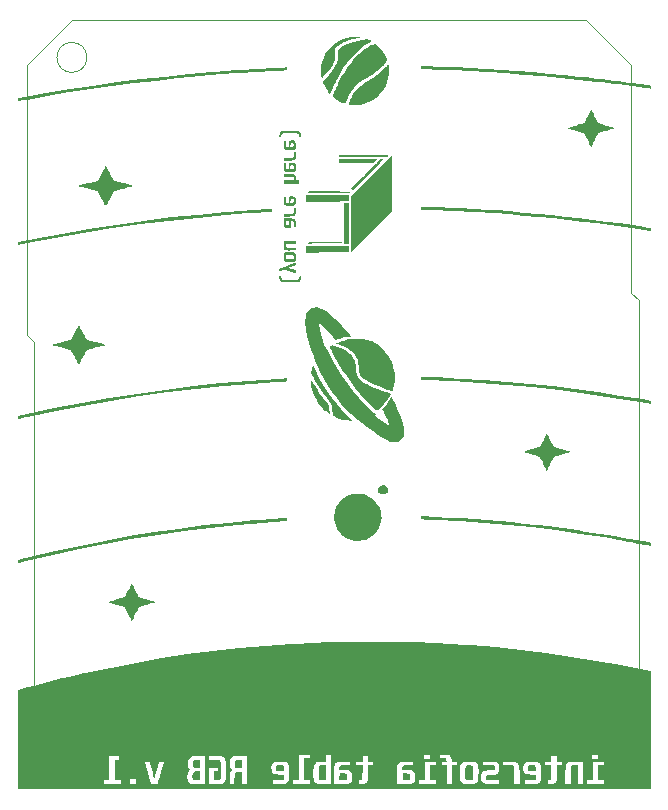
<source format=gbr>
%TF.GenerationSoftware,KiCad,Pcbnew,(6.0.9)*%
%TF.CreationDate,2023-01-02T17:12:58+02:00*%
%TF.ProjectId,ESP32_LEDCONTROLLER,45535033-325f-44c4-9544-434f4e54524f,rev?*%
%TF.SameCoordinates,Original*%
%TF.FileFunction,Legend,Bot*%
%TF.FilePolarity,Positive*%
%FSLAX46Y46*%
G04 Gerber Fmt 4.6, Leading zero omitted, Abs format (unit mm)*
G04 Created by KiCad (PCBNEW (6.0.9)) date 2023-01-02 17:12:58*
%MOMM*%
%LPD*%
G01*
G04 APERTURE LIST*
%TA.AperFunction,Profile*%
%ADD10C,0.100000*%
%TD*%
%ADD11C,0.300000*%
G04 APERTURE END LIST*
D10*
X94488000Y-153543000D02*
G75*
G03*
X94488000Y-153543000I-1270000J0D01*
G01*
X95885000Y-93345000D02*
G75*
G03*
X95885000Y-93345000I-1270000J0D01*
G01*
X142240000Y-153543000D02*
G75*
G03*
X142240000Y-153543000I-1270000J0D01*
G01*
X141986000Y-93980000D02*
X141986000Y-113284000D01*
X142621000Y-113919000D01*
X142621000Y-155194000D01*
X91440000Y-155194000D01*
X91440000Y-117475000D01*
X90805000Y-116840000D01*
X90805000Y-93980000D01*
X94615000Y-90170000D01*
X138176000Y-90170000D01*
X141986000Y-93980000D01*
D11*
%TO.C,G\u002A\u002A\u002A*%
X119717478Y-149469972D02*
X119862621Y-149397400D01*
X120080335Y-149397400D01*
X120298049Y-149469972D01*
X120443192Y-149615114D01*
X120515764Y-149760257D01*
X120588335Y-150050543D01*
X120588335Y-150268257D01*
X120515764Y-150558543D01*
X120443192Y-150703686D01*
X120298049Y-150848829D01*
X120080335Y-150921400D01*
X119935192Y-150921400D01*
X119717478Y-150848829D01*
X119644907Y-150776257D01*
X119644907Y-150268257D01*
X119935192Y-150268257D01*
X118774049Y-149397400D02*
X118774049Y-149760257D01*
X119136907Y-149615114D02*
X118774049Y-149760257D01*
X118411192Y-149615114D01*
X118991764Y-150050543D02*
X118774049Y-149760257D01*
X118556335Y-150050543D01*
X117612907Y-149397400D02*
X117612907Y-149760257D01*
X117975764Y-149615114D02*
X117612907Y-149760257D01*
X117250049Y-149615114D01*
X117830621Y-150050543D02*
X117612907Y-149760257D01*
X117395192Y-150050543D01*
X116451764Y-149397400D02*
X116451764Y-149760257D01*
X116814621Y-149615114D02*
X116451764Y-149760257D01*
X116088907Y-149615114D01*
X116669478Y-150050543D02*
X116451764Y-149760257D01*
X116234049Y-150050543D01*
G36*
X133573006Y-153272161D02*
G01*
X133703058Y-153275706D01*
X133790473Y-153284960D01*
X133835822Y-153299977D01*
X133858565Y-153325228D01*
X133888681Y-153399053D01*
X133907714Y-153508319D01*
X133914648Y-153648534D01*
X133915168Y-153795828D01*
X133302065Y-153795828D01*
X133270102Y-153724908D01*
X133258914Y-153690617D01*
X133247117Y-153612778D01*
X133243641Y-153521440D01*
X133248156Y-153430747D01*
X133260331Y-153354845D01*
X133279838Y-153307875D01*
X133289733Y-153298427D01*
X133318156Y-153285357D01*
X133366306Y-153277308D01*
X133442140Y-153273241D01*
X133553618Y-153272116D01*
X133573006Y-153272161D01*
G37*
G36*
X128360955Y-153273658D02*
G01*
X128440720Y-153281505D01*
X128501504Y-153300326D01*
X128545868Y-153334784D01*
X128576377Y-153389546D01*
X128595594Y-153469276D01*
X128606081Y-153578641D01*
X128610402Y-153722305D01*
X128611120Y-153904934D01*
X128611064Y-153941265D01*
X128609664Y-154120009D01*
X128604648Y-154260529D01*
X128593577Y-154367416D01*
X128574013Y-154445262D01*
X128543517Y-154498658D01*
X128499652Y-154532195D01*
X128439978Y-154550466D01*
X128362056Y-154558062D01*
X128263450Y-154559573D01*
X128173712Y-154558314D01*
X128078885Y-154549972D01*
X128015059Y-154529744D01*
X127974932Y-154492976D01*
X127951203Y-154435012D01*
X127936570Y-154351200D01*
X127928533Y-154265113D01*
X127922134Y-154139101D01*
X127918749Y-153995558D01*
X127918392Y-153846696D01*
X127921076Y-153704729D01*
X127926815Y-153581869D01*
X127935621Y-153490329D01*
X127947926Y-153418553D01*
X127969237Y-153352454D01*
X128003906Y-153309779D01*
X128059472Y-153285510D01*
X128143474Y-153274628D01*
X128263450Y-153272116D01*
X128360955Y-153273658D01*
G37*
G36*
X122857221Y-153954202D02*
G01*
X122955067Y-153960101D01*
X123073763Y-153973634D01*
X123158190Y-153996331D01*
X123214007Y-154032482D01*
X123246870Y-154086381D01*
X123262439Y-154162321D01*
X123266371Y-154264592D01*
X123265762Y-154301150D01*
X123254413Y-154413577D01*
X123229973Y-154496109D01*
X123194086Y-154542429D01*
X123192742Y-154543127D01*
X123157971Y-154549310D01*
X123089763Y-154554397D01*
X122997348Y-154557876D01*
X122889953Y-154559239D01*
X122611732Y-154559573D01*
X122611732Y-153942091D01*
X122857221Y-153954202D01*
G37*
G36*
X117593830Y-153952912D02*
G01*
X117713819Y-153967712D01*
X117809755Y-153992223D01*
X117872116Y-154025023D01*
X117892435Y-154043570D01*
X117913636Y-154071654D01*
X117925229Y-154109279D01*
X117930081Y-154167806D01*
X117931062Y-154258601D01*
X117930797Y-154295956D01*
X117925961Y-154389809D01*
X117913724Y-154454424D01*
X117892371Y-154500524D01*
X117853681Y-154559573D01*
X117264280Y-154559573D01*
X117276422Y-153959487D01*
X117385529Y-153952298D01*
X117459313Y-153949248D01*
X117593830Y-153952912D01*
G37*
G36*
X116130804Y-154563228D02*
G01*
X115869667Y-154555946D01*
X115826030Y-154554625D01*
X115711286Y-154548543D01*
X115631069Y-154536507D01*
X115578421Y-154514389D01*
X115546383Y-154478060D01*
X115528000Y-154423390D01*
X115516313Y-154346250D01*
X115512495Y-154296818D01*
X115509002Y-154205287D01*
X115506882Y-154088187D01*
X115506301Y-153955391D01*
X115507424Y-153816774D01*
X115509036Y-153726031D01*
X115513472Y-153585403D01*
X115520537Y-153479570D01*
X115531175Y-153402764D01*
X115546333Y-153349216D01*
X115566957Y-153313157D01*
X115593993Y-153288816D01*
X115621450Y-153282826D01*
X115684007Y-153277529D01*
X115771531Y-153273884D01*
X115874403Y-153272451D01*
X116130804Y-153272116D01*
X116130804Y-154563228D01*
G37*
G36*
X112310417Y-153272415D02*
G01*
X112413496Y-153276924D01*
X112483616Y-153291815D01*
X112527568Y-153323284D01*
X112552140Y-153377528D01*
X112564122Y-153460741D01*
X112570303Y-153579120D01*
X112579007Y-153795828D01*
X112287337Y-153795494D01*
X112264233Y-153795412D01*
X112156317Y-153793543D01*
X112064936Y-153789604D01*
X111999122Y-153784102D01*
X111967913Y-153777545D01*
X111959719Y-153769235D01*
X111938208Y-153725770D01*
X111920439Y-153663317D01*
X111916519Y-153641712D01*
X111908603Y-153565494D01*
X111910006Y-153503968D01*
X111915981Y-153451731D01*
X111919292Y-153390965D01*
X111920523Y-153366372D01*
X111933233Y-153326224D01*
X111964754Y-153299056D01*
X112021256Y-153282535D01*
X112108907Y-153274333D01*
X112233877Y-153272116D01*
X112310417Y-153272415D01*
G37*
G36*
X109017058Y-153533972D02*
G01*
X108769495Y-153533972D01*
X108670769Y-153533061D01*
X108580640Y-153527420D01*
X108518506Y-153513391D01*
X108475716Y-153487346D01*
X108443622Y-153445659D01*
X108413574Y-153384702D01*
X108407776Y-153368594D01*
X108394507Y-153297318D01*
X108387624Y-153204060D01*
X108387349Y-153104747D01*
X108393905Y-153015309D01*
X108407515Y-152951673D01*
X108433982Y-152899509D01*
X108476783Y-152841146D01*
X108484200Y-152833486D01*
X108508084Y-152814548D01*
X108539595Y-152802442D01*
X108587737Y-152795662D01*
X108661510Y-152792700D01*
X108769917Y-152792048D01*
X109017058Y-152792048D01*
X109017058Y-153533972D01*
G37*
G36*
X105471096Y-153501240D02*
G01*
X105285615Y-153507880D01*
X105161886Y-153509762D01*
X105056356Y-153502453D01*
X104981189Y-153482018D01*
X104929636Y-153445237D01*
X104894948Y-153388890D01*
X104870376Y-153309757D01*
X104860652Y-153258376D01*
X104853863Y-153137027D01*
X104866402Y-153018421D01*
X104896306Y-152915485D01*
X104941608Y-152841146D01*
X104949187Y-152833346D01*
X104973117Y-152814471D01*
X105004710Y-152802407D01*
X105052961Y-152795650D01*
X105126862Y-152792698D01*
X105235406Y-152792048D01*
X105483088Y-152792048D01*
X105471096Y-153501240D01*
G37*
G36*
X105482007Y-154559573D02*
G01*
X105234004Y-154559573D01*
X105130388Y-154558798D01*
X105051017Y-154555362D01*
X104997387Y-154547915D01*
X104960182Y-154535107D01*
X104930086Y-154515590D01*
X104899215Y-154484880D01*
X104852448Y-154399515D01*
X104820025Y-154275896D01*
X104819281Y-154271361D01*
X104816317Y-154199997D01*
X104822400Y-154108744D01*
X104835441Y-154018103D01*
X104853354Y-153948577D01*
X104878559Y-153900089D01*
X104919910Y-153844926D01*
X104930574Y-153834116D01*
X104954418Y-153816568D01*
X104986938Y-153805377D01*
X105036874Y-153799131D01*
X105112966Y-153796418D01*
X105223955Y-153795828D01*
X105482007Y-153795828D01*
X105482007Y-154559573D01*
G37*
G36*
X138585471Y-97715921D02*
G01*
X138599467Y-97739719D01*
X138629134Y-97797387D01*
X138672010Y-97883906D01*
X138725632Y-97994258D01*
X138787537Y-98123425D01*
X138855261Y-98266388D01*
X138860724Y-98277980D01*
X138929321Y-98423047D01*
X138992824Y-98556453D01*
X139048547Y-98672625D01*
X139093806Y-98765993D01*
X139125918Y-98830984D01*
X139142198Y-98862026D01*
X139149613Y-98870460D01*
X139175716Y-98887253D01*
X139221790Y-98907867D01*
X139291532Y-98933551D01*
X139388638Y-98965557D01*
X139516804Y-99005134D01*
X139679725Y-99053534D01*
X139881099Y-99112006D01*
X140010668Y-99149543D01*
X140168328Y-99195797D01*
X140308140Y-99237467D01*
X140425277Y-99273082D01*
X140514913Y-99301171D01*
X140572224Y-99320262D01*
X140592382Y-99328883D01*
X140584542Y-99332893D01*
X140540828Y-99347985D01*
X140463073Y-99372413D01*
X140356218Y-99404693D01*
X140225204Y-99443340D01*
X140074973Y-99486869D01*
X139910466Y-99533796D01*
X139814219Y-99561202D01*
X139653485Y-99607691D01*
X139507934Y-99650683D01*
X139382937Y-99688541D01*
X139283870Y-99719626D01*
X139216104Y-99742301D01*
X139185013Y-99754928D01*
X139184031Y-99755640D01*
X139161864Y-99785490D01*
X139124309Y-99850098D01*
X139073785Y-99944814D01*
X139012713Y-100064985D01*
X138943513Y-100205962D01*
X138868605Y-100363092D01*
X138847873Y-100407115D01*
X138779877Y-100550544D01*
X138718362Y-100678880D01*
X138665718Y-100787230D01*
X138624336Y-100870700D01*
X138596609Y-100924399D01*
X138584928Y-100943434D01*
X138583308Y-100941778D01*
X138566683Y-100912220D01*
X138534717Y-100849421D01*
X138489800Y-100758267D01*
X138434323Y-100643644D01*
X138370676Y-100510440D01*
X138301251Y-100363541D01*
X138296994Y-100354495D01*
X138221866Y-100197117D01*
X138152808Y-100056661D01*
X138092199Y-99937699D01*
X138042415Y-99844801D01*
X138005837Y-99782537D01*
X137984842Y-99755478D01*
X137971944Y-99749638D01*
X137919313Y-99731111D01*
X137833072Y-99703444D01*
X137718594Y-99668278D01*
X137581252Y-99627251D01*
X137426418Y-99582002D01*
X137259464Y-99534170D01*
X137156455Y-99504806D01*
X137000193Y-99459694D01*
X136861254Y-99418888D01*
X136744579Y-99383879D01*
X136655108Y-99356156D01*
X136597784Y-99337210D01*
X136577548Y-99328531D01*
X136589407Y-99322885D01*
X136638372Y-99306078D01*
X136720808Y-99279952D01*
X136831889Y-99245976D01*
X136966790Y-99205625D01*
X137120682Y-99160367D01*
X137288741Y-99111677D01*
X137417219Y-99074560D01*
X137594156Y-99022639D01*
X137734956Y-98980003D01*
X137843343Y-98945393D01*
X137923037Y-98917551D01*
X137977762Y-98895218D01*
X138011239Y-98877137D01*
X138027190Y-98862049D01*
X138027833Y-98860953D01*
X138045366Y-98827012D01*
X138078549Y-98759575D01*
X138124700Y-98664210D01*
X138181137Y-98546487D01*
X138245178Y-98411973D01*
X138314141Y-98266236D01*
X138323428Y-98246567D01*
X138390615Y-98105170D01*
X138451647Y-97978249D01*
X138504059Y-97870817D01*
X138545386Y-97787887D01*
X138573164Y-97734469D01*
X138584928Y-97715577D01*
X138585471Y-97715921D01*
G37*
G36*
X134833242Y-125124849D02*
G01*
X134849806Y-125154370D01*
X134881746Y-125217132D01*
X134926665Y-125308240D01*
X134982169Y-125422799D01*
X135045859Y-125555914D01*
X135115340Y-125702689D01*
X135134034Y-125742309D01*
X135203168Y-125887560D01*
X135266595Y-126018901D01*
X135321776Y-126131199D01*
X135366167Y-126219324D01*
X135397229Y-126278144D01*
X135412418Y-126302528D01*
X135426209Y-126308760D01*
X135478299Y-126326779D01*
X135563796Y-126354020D01*
X135677606Y-126388928D01*
X135814635Y-126429946D01*
X135969789Y-126475521D01*
X136137977Y-126524096D01*
X136258451Y-126558780D01*
X136415625Y-126604593D01*
X136555114Y-126645903D01*
X136672056Y-126681238D01*
X136761589Y-126709122D01*
X136818851Y-126728082D01*
X136838978Y-126736642D01*
X136831108Y-126740636D01*
X136787361Y-126755744D01*
X136709588Y-126780238D01*
X136602732Y-126812628D01*
X136471732Y-126851424D01*
X136321529Y-126895137D01*
X136157063Y-126942277D01*
X136060714Y-126969838D01*
X135900041Y-127016476D01*
X135754545Y-127059546D01*
X135629597Y-127097412D01*
X135530569Y-127128436D01*
X135462829Y-127150981D01*
X135431749Y-127163409D01*
X135410954Y-127189741D01*
X135374260Y-127251821D01*
X135324120Y-127345234D01*
X135262767Y-127465697D01*
X135192430Y-127608930D01*
X135115340Y-127770652D01*
X135094623Y-127814644D01*
X135026624Y-127958092D01*
X134965105Y-128086460D01*
X134912458Y-128194852D01*
X134871074Y-128278372D01*
X134843345Y-128332127D01*
X134831663Y-128351220D01*
X134830043Y-128349579D01*
X134813415Y-128320074D01*
X134781448Y-128257324D01*
X134736531Y-128166214D01*
X134681055Y-128051629D01*
X134617410Y-127918451D01*
X134547986Y-127771567D01*
X134471517Y-127611116D01*
X134401314Y-127468107D01*
X134339960Y-127347565D01*
X134289713Y-127253826D01*
X134252833Y-127191225D01*
X134231577Y-127164100D01*
X134218644Y-127158320D01*
X134165987Y-127139870D01*
X134079738Y-127112229D01*
X133965266Y-127077036D01*
X133827941Y-127035933D01*
X133673132Y-126990558D01*
X133506209Y-126942553D01*
X133403022Y-126913022D01*
X133246805Y-126867787D01*
X133107909Y-126826921D01*
X132991271Y-126791912D01*
X132901830Y-126764251D01*
X132844525Y-126745426D01*
X132824294Y-126736927D01*
X132835070Y-126731826D01*
X132882711Y-126715553D01*
X132963950Y-126689896D01*
X133073933Y-126656332D01*
X133207810Y-126616334D01*
X133360729Y-126571380D01*
X133527840Y-126522944D01*
X133646902Y-126488395D01*
X133806796Y-126441088D01*
X133950094Y-126397635D01*
X134071714Y-126359634D01*
X134166573Y-126328680D01*
X134229591Y-126306371D01*
X134255684Y-126294302D01*
X134257558Y-126291798D01*
X134276530Y-126257911D01*
X134310850Y-126190870D01*
X134357953Y-126095895D01*
X134415269Y-125978205D01*
X134480231Y-125843019D01*
X134550272Y-125695555D01*
X134568342Y-125657347D01*
X134636341Y-125514526D01*
X134697915Y-125386675D01*
X134750649Y-125278706D01*
X134792128Y-125195530D01*
X134819938Y-125142059D01*
X134831663Y-125123205D01*
X134833242Y-125124849D01*
G37*
G36*
X124330160Y-94082979D02*
G01*
X124377118Y-94085406D01*
X124466439Y-94089100D01*
X124587951Y-94093578D01*
X124735555Y-94098631D01*
X124903153Y-94104051D01*
X125084644Y-94109631D01*
X125273931Y-94115163D01*
X125910827Y-94134930D01*
X127147270Y-94182190D01*
X128414952Y-94241838D01*
X129707072Y-94313402D01*
X131016828Y-94396412D01*
X132337417Y-94490399D01*
X133662037Y-94594892D01*
X134983886Y-94709420D01*
X136296160Y-94833514D01*
X137592058Y-94966704D01*
X137821991Y-94991562D01*
X138235883Y-95037411D01*
X138668717Y-95086630D01*
X139115294Y-95138571D01*
X139570419Y-95192585D01*
X140028894Y-95248024D01*
X140485524Y-95304241D01*
X140935110Y-95360588D01*
X141372457Y-95416417D01*
X141792368Y-95471079D01*
X142189645Y-95523928D01*
X142559094Y-95574314D01*
X142895516Y-95621591D01*
X143193715Y-95665110D01*
X143217013Y-95668587D01*
X143346772Y-95687854D01*
X143460222Y-95704538D01*
X143550651Y-95717662D01*
X143611347Y-95726253D01*
X143635596Y-95729333D01*
X143641041Y-95744112D01*
X143645685Y-95791893D01*
X143647470Y-95861249D01*
X143647470Y-95993166D01*
X143576551Y-95981151D01*
X143523580Y-95972451D01*
X143392424Y-95952190D01*
X143224496Y-95927451D01*
X143024079Y-95898806D01*
X142795453Y-95866824D01*
X142542899Y-95832074D01*
X142270700Y-95795127D01*
X141983135Y-95756552D01*
X141684488Y-95716919D01*
X141379039Y-95676797D01*
X141071069Y-95636757D01*
X140764860Y-95597368D01*
X140464694Y-95559200D01*
X140174851Y-95522822D01*
X139899613Y-95488805D01*
X139643261Y-95457718D01*
X139061744Y-95389113D01*
X137544019Y-95220290D01*
X136012417Y-95064364D01*
X134473696Y-94921850D01*
X132934614Y-94793265D01*
X131401929Y-94679122D01*
X129882399Y-94579937D01*
X128382783Y-94496225D01*
X126909838Y-94428502D01*
X125470323Y-94377282D01*
X125365077Y-94374064D01*
X125173377Y-94367977D01*
X124987205Y-94361796D01*
X124814179Y-94355790D01*
X124661919Y-94350225D01*
X124538045Y-94345369D01*
X124450177Y-94341488D01*
X124182866Y-94328375D01*
X124182866Y-94073453D01*
X124330160Y-94082979D01*
G37*
G36*
X124319249Y-105985454D02*
G01*
X124435225Y-105986353D01*
X124622555Y-105989903D01*
X124847055Y-105995979D01*
X125105108Y-106004403D01*
X125393098Y-106014998D01*
X125707410Y-106027586D01*
X126044430Y-106041989D01*
X126400541Y-106058029D01*
X126772127Y-106075528D01*
X127155575Y-106094309D01*
X127547267Y-106114193D01*
X127943589Y-106135003D01*
X128340925Y-106156561D01*
X128735660Y-106178688D01*
X129124179Y-106201208D01*
X129502865Y-106223942D01*
X129868103Y-106246713D01*
X130216279Y-106269342D01*
X130543776Y-106291652D01*
X130614988Y-106296651D01*
X131744443Y-106381188D01*
X132895069Y-106476880D01*
X134060401Y-106582994D01*
X135233976Y-106698798D01*
X136409327Y-106823559D01*
X137579992Y-106956544D01*
X138739505Y-107097020D01*
X139881401Y-107244254D01*
X140999217Y-107397514D01*
X142086487Y-107556066D01*
X143136748Y-107719179D01*
X143205182Y-107730132D01*
X143338914Y-107751397D01*
X143454920Y-107769654D01*
X143546860Y-107783919D01*
X143608394Y-107793201D01*
X143633182Y-107796515D01*
X143639683Y-107810940D01*
X143645307Y-107858383D01*
X143647470Y-107927443D01*
X143646439Y-107986996D01*
X143643046Y-108038540D01*
X143638107Y-108058371D01*
X143622179Y-108056155D01*
X143568212Y-108047883D01*
X143481836Y-108034362D01*
X143368938Y-108016519D01*
X143235403Y-107995281D01*
X143087119Y-107971575D01*
X142593707Y-107893680D01*
X141453378Y-107722097D01*
X140279172Y-107556617D01*
X139077653Y-107397986D01*
X137855385Y-107246944D01*
X136618930Y-107104236D01*
X135374851Y-106970604D01*
X134129712Y-106846790D01*
X132890076Y-106733538D01*
X131662507Y-106631591D01*
X130453566Y-106541691D01*
X130254815Y-106528020D01*
X129841066Y-106500750D01*
X129406853Y-106473573D01*
X128957509Y-106446756D01*
X128498364Y-106420567D01*
X128034750Y-106395276D01*
X127571999Y-106371150D01*
X127115443Y-106348457D01*
X126670414Y-106327467D01*
X126242242Y-106308446D01*
X125836261Y-106291664D01*
X125457801Y-106277390D01*
X125112194Y-106265890D01*
X124804773Y-106257434D01*
X124666648Y-106253898D01*
X124524683Y-106249732D01*
X124401950Y-106245564D01*
X124304548Y-106241620D01*
X124238579Y-106238129D01*
X124210142Y-106235316D01*
X124202198Y-106229403D01*
X124187849Y-106186201D01*
X124182866Y-106106049D01*
X124182866Y-105985347D01*
X124319249Y-105985454D01*
G37*
G36*
X124548373Y-120398692D02*
G01*
X125510467Y-120436652D01*
X127520577Y-120535508D01*
X129502066Y-120660028D01*
X131459825Y-120810716D01*
X133398744Y-120988073D01*
X135323714Y-121192602D01*
X137239626Y-121424806D01*
X139151370Y-121685187D01*
X141063838Y-121974247D01*
X142981921Y-122292489D01*
X143636560Y-122405879D01*
X143643104Y-122531352D01*
X143644364Y-122559266D01*
X143643721Y-122619655D01*
X143634668Y-122649079D01*
X143615134Y-122656824D01*
X143603796Y-122655685D01*
X143552937Y-122648270D01*
X143467515Y-122634722D01*
X143352945Y-122615931D01*
X143214641Y-122592791D01*
X143058017Y-122566194D01*
X142888486Y-122537032D01*
X142697036Y-122504046D01*
X140466313Y-122141436D01*
X138217522Y-121815489D01*
X135955652Y-121526720D01*
X133685694Y-121275641D01*
X131412635Y-121062766D01*
X129141465Y-120888607D01*
X126877172Y-120753678D01*
X124624747Y-120658492D01*
X124182866Y-120643701D01*
X124182866Y-120385388D01*
X124548373Y-120398692D01*
G37*
G36*
X124362891Y-132207713D02*
G01*
X125419149Y-132252908D01*
X126555562Y-132309334D01*
X127660405Y-132372863D01*
X128739798Y-132444012D01*
X129799866Y-132523299D01*
X130846731Y-132611240D01*
X131886515Y-132708353D01*
X132925341Y-132815155D01*
X133969332Y-132932162D01*
X135024610Y-133059893D01*
X136097299Y-133198864D01*
X136267421Y-133221763D01*
X136858325Y-133303709D01*
X137469894Y-133392020D01*
X138096302Y-133485731D01*
X138731721Y-133583879D01*
X139370324Y-133685500D01*
X140006282Y-133789631D01*
X140633769Y-133895307D01*
X141246957Y-134001565D01*
X141840018Y-134107442D01*
X142407126Y-134211974D01*
X142942451Y-134314196D01*
X143440168Y-134413146D01*
X143636560Y-134453082D01*
X143649408Y-134718444D01*
X143337486Y-134655144D01*
X143230893Y-134633775D01*
X143033412Y-134595098D01*
X142803691Y-134550982D01*
X142548289Y-134502640D01*
X142273768Y-134451283D01*
X141986686Y-134398126D01*
X141693605Y-134344379D01*
X141401085Y-134291256D01*
X141115685Y-134239969D01*
X140843966Y-134191731D01*
X140592488Y-134147755D01*
X139635527Y-133986064D01*
X137618049Y-133671706D01*
X135587573Y-133390756D01*
X133550049Y-133143856D01*
X131511429Y-132931650D01*
X129477663Y-132754783D01*
X127454704Y-132613897D01*
X125448501Y-132509636D01*
X125318162Y-132504004D01*
X125126806Y-132495619D01*
X124943078Y-132487440D01*
X124774174Y-132479795D01*
X124627289Y-132473009D01*
X124509618Y-132467409D01*
X124428355Y-132463323D01*
X124182866Y-132450285D01*
X124182866Y-132200559D01*
X124362891Y-132207713D01*
G37*
G36*
X121052837Y-129582459D02*
G01*
X121180967Y-129628209D01*
X121295046Y-129713777D01*
X121358530Y-129792873D01*
X121402507Y-129900132D01*
X121404331Y-130009286D01*
X121364126Y-130115529D01*
X121282019Y-130214058D01*
X121258442Y-130234041D01*
X121139961Y-130302963D01*
X121011449Y-130334489D01*
X120880928Y-130329773D01*
X120756421Y-130289971D01*
X120645951Y-130216239D01*
X120557538Y-130109730D01*
X120550380Y-130097291D01*
X120518608Y-129996787D01*
X120524699Y-129891690D01*
X120565544Y-129790200D01*
X120638037Y-129700518D01*
X120739067Y-129630841D01*
X120776673Y-129613728D01*
X120916218Y-129577355D01*
X121052837Y-129582459D01*
G37*
G36*
X121689878Y-104021316D02*
G01*
X121695429Y-106432456D01*
X119971450Y-108156436D01*
X118247470Y-109880415D01*
X118247470Y-105043029D01*
X121684326Y-101610175D01*
X121689878Y-104021316D01*
G37*
G36*
X120979116Y-101954509D02*
G01*
X120994134Y-101965615D01*
X120989909Y-101971025D01*
X120959743Y-102004221D01*
X120902551Y-102065186D01*
X120820604Y-102151552D01*
X120716176Y-102260946D01*
X120591539Y-102391001D01*
X120448968Y-102539345D01*
X120290735Y-102703609D01*
X120119112Y-102881423D01*
X119936374Y-103070416D01*
X119744793Y-103268220D01*
X119561952Y-103456720D01*
X119356282Y-103668347D01*
X119177474Y-103851744D01*
X119023665Y-104008744D01*
X118892996Y-104141179D01*
X118783605Y-104250883D01*
X118693632Y-104339690D01*
X118621214Y-104409431D01*
X118564492Y-104461940D01*
X118521604Y-104499050D01*
X118490689Y-104522594D01*
X118469887Y-104534405D01*
X118457336Y-104536316D01*
X118420412Y-104530609D01*
X118350917Y-104525627D01*
X118269292Y-104523582D01*
X118127453Y-104523249D01*
X119174876Y-103493085D01*
X119226618Y-103442199D01*
X119412166Y-103259770D01*
X119593922Y-103081146D01*
X119768472Y-102909678D01*
X119932402Y-102748715D01*
X120082297Y-102601609D01*
X120214743Y-102471712D01*
X120326325Y-102362374D01*
X120413630Y-102276946D01*
X120473244Y-102218779D01*
X120724189Y-101974637D01*
X120863206Y-101959073D01*
X120923144Y-101953740D01*
X120979116Y-101954509D01*
G37*
G36*
X121418477Y-93931806D02*
G01*
X121430791Y-93987615D01*
X121442409Y-94080176D01*
X121456502Y-94212752D01*
X121470822Y-94435777D01*
X121457496Y-94770478D01*
X121403952Y-95099595D01*
X121312251Y-95419584D01*
X121184453Y-95726900D01*
X121022616Y-96017999D01*
X120828802Y-96289337D01*
X120605070Y-96537368D01*
X120353479Y-96758550D01*
X120076090Y-96949336D01*
X119774962Y-97106184D01*
X119665497Y-97152233D01*
X119331454Y-97262723D01*
X118990359Y-97332031D01*
X118646488Y-97359466D01*
X118304120Y-97344335D01*
X118196785Y-97331451D01*
X118113240Y-97317513D01*
X118065970Y-97303401D01*
X118051079Y-97288252D01*
X118060395Y-97235154D01*
X118087081Y-97150526D01*
X118127652Y-97043336D01*
X118178616Y-96921598D01*
X118236483Y-96793326D01*
X118297760Y-96666533D01*
X118358955Y-96549231D01*
X118416576Y-96449436D01*
X118512330Y-96302656D01*
X118675875Y-96087604D01*
X118855111Y-95896386D01*
X119057016Y-95722589D01*
X119288569Y-95559801D01*
X119556749Y-95401607D01*
X119661269Y-95343090D01*
X119883376Y-95211022D01*
X120104854Y-95069899D01*
X120312471Y-94928297D01*
X120492991Y-94794796D01*
X120529198Y-94766115D01*
X120660388Y-94655807D01*
X120801030Y-94529361D01*
X120942299Y-94395305D01*
X121075370Y-94262167D01*
X121191418Y-94138474D01*
X121281616Y-94032755D01*
X121298885Y-94010855D01*
X121345672Y-93952274D01*
X121379087Y-93917397D01*
X121402299Y-93909487D01*
X121418477Y-93931806D01*
G37*
G36*
X118072900Y-107007450D02*
G01*
X118072784Y-107176743D01*
X118072211Y-107425428D01*
X118071201Y-107668734D01*
X118069800Y-107901195D01*
X118068055Y-108117346D01*
X118066010Y-108311719D01*
X118063713Y-108478848D01*
X118061210Y-108613268D01*
X118058546Y-108709512D01*
X118044192Y-109105793D01*
X117636474Y-109105793D01*
X117636474Y-105701670D01*
X118072900Y-105701670D01*
X118072900Y-107007450D01*
G37*
G36*
X120316335Y-102122115D02*
G01*
X120135013Y-102295825D01*
X118667531Y-102296685D01*
X117200048Y-102297546D01*
X117200048Y-101948405D01*
X120497656Y-101948405D01*
X120316335Y-102122115D01*
G37*
G36*
X121391326Y-101606097D02*
G01*
X121411560Y-101615079D01*
X121409922Y-101621154D01*
X121385343Y-101652493D01*
X121340641Y-101691463D01*
X121269721Y-101745199D01*
X119224891Y-101759210D01*
X117180060Y-101773221D01*
X117224941Y-101697153D01*
X117269823Y-101621085D01*
X118997006Y-101621013D01*
X119026864Y-101621009D01*
X119307271Y-101620776D01*
X119581957Y-101620198D01*
X119846709Y-101619306D01*
X120097313Y-101618127D01*
X120329555Y-101616692D01*
X120539223Y-101615029D01*
X120722102Y-101613168D01*
X120873980Y-101611138D01*
X120990641Y-101608967D01*
X121067874Y-101606686D01*
X121081524Y-101606128D01*
X121227094Y-101601641D01*
X121330099Y-101601624D01*
X121391326Y-101606097D01*
G37*
G36*
X119259866Y-117176698D02*
G01*
X119607027Y-117241520D01*
X119935425Y-117345111D01*
X120012044Y-117375903D01*
X120261677Y-117495807D01*
X120495254Y-117641379D01*
X120721139Y-117818295D01*
X120947695Y-118032232D01*
X121155065Y-118258535D01*
X121375387Y-118543599D01*
X121559647Y-118841027D01*
X121711164Y-119157034D01*
X121833259Y-119497837D01*
X121929252Y-119869648D01*
X121929871Y-119872544D01*
X121949364Y-119999209D01*
X121962299Y-120156084D01*
X121968681Y-120330943D01*
X121968515Y-120511559D01*
X121961808Y-120685704D01*
X121948563Y-120841151D01*
X121928786Y-120965673D01*
X121904434Y-121068116D01*
X121872176Y-121187568D01*
X121837286Y-121303927D01*
X121802382Y-121409336D01*
X121770079Y-121495941D01*
X121742993Y-121555884D01*
X121723742Y-121581311D01*
X121701226Y-121579474D01*
X121642713Y-121565656D01*
X121556441Y-121541213D01*
X121449659Y-121508214D01*
X121329613Y-121468728D01*
X121131349Y-121400153D01*
X120753849Y-121260453D01*
X120406380Y-121119207D01*
X120091162Y-120977500D01*
X119810418Y-120836416D01*
X119566368Y-120697040D01*
X119361236Y-120560457D01*
X119197241Y-120427751D01*
X119196107Y-120426714D01*
X119133499Y-120365942D01*
X119083219Y-120306604D01*
X119043016Y-120242280D01*
X119010639Y-120166550D01*
X118983835Y-120072992D01*
X118960353Y-119955188D01*
X118937941Y-119806717D01*
X118914348Y-119621159D01*
X118910512Y-119589882D01*
X118890645Y-119439287D01*
X118869435Y-119294500D01*
X118848390Y-119164915D01*
X118829018Y-119059930D01*
X118812829Y-118988939D01*
X118801275Y-118949097D01*
X118708570Y-118712772D01*
X118579596Y-118498614D01*
X118411634Y-118301969D01*
X118407348Y-118297667D01*
X118263450Y-118164026D01*
X118115711Y-118050229D01*
X117951076Y-117947184D01*
X117756491Y-117845803D01*
X117718413Y-117827798D01*
X117627275Y-117786899D01*
X117524080Y-117742721D01*
X117417494Y-117698743D01*
X117316183Y-117658446D01*
X117228811Y-117625310D01*
X117164045Y-117602813D01*
X117130549Y-117594437D01*
X117104175Y-117588197D01*
X117056604Y-117571849D01*
X117017659Y-117553392D01*
X117006649Y-117540372D01*
X117009178Y-117538341D01*
X117045460Y-117520749D01*
X117113987Y-117494025D01*
X117206655Y-117460919D01*
X117315359Y-117424183D01*
X117431995Y-117386568D01*
X117548460Y-117350824D01*
X117656648Y-117319704D01*
X117709712Y-117305389D01*
X118118865Y-117214991D01*
X118514479Y-117163419D01*
X118895248Y-117150660D01*
X119259866Y-117176698D01*
G37*
G36*
X118974864Y-130285779D02*
G01*
X119080985Y-130289980D01*
X119166742Y-130298529D01*
X119243744Y-130312581D01*
X119323602Y-130333294D01*
X119568675Y-130416134D01*
X119805160Y-130527630D01*
X120018895Y-130666294D01*
X120218870Y-130837185D01*
X120401612Y-131037582D01*
X120564928Y-131275036D01*
X120690867Y-131529142D01*
X120778742Y-131795922D01*
X120827867Y-132071396D01*
X120837556Y-132351588D01*
X120807122Y-132632517D01*
X120735878Y-132910206D01*
X120623140Y-133180676D01*
X120573126Y-133275252D01*
X120491535Y-133407186D01*
X120397116Y-133530879D01*
X120278191Y-133662651D01*
X120232191Y-133709320D01*
X120007287Y-133901101D01*
X119761636Y-134054665D01*
X119496519Y-134169433D01*
X119213220Y-134244824D01*
X118913020Y-134280258D01*
X118906411Y-134280574D01*
X118622166Y-134272630D01*
X118346659Y-134224089D01*
X118083329Y-134137619D01*
X117835618Y-134015891D01*
X117606964Y-133861575D01*
X117400809Y-133677341D01*
X117220592Y-133465859D01*
X117069754Y-133229799D01*
X116951735Y-132971831D01*
X116869976Y-132694625D01*
X116866376Y-132677418D01*
X116843575Y-132510035D01*
X116835182Y-132319392D01*
X116840811Y-132121421D01*
X116860073Y-131932053D01*
X116892578Y-131767219D01*
X116975403Y-131525571D01*
X117099531Y-131280143D01*
X117256333Y-131051308D01*
X117441123Y-130844276D01*
X117649213Y-130664261D01*
X117875915Y-130516474D01*
X118116543Y-130406129D01*
X118170555Y-130386734D01*
X118302694Y-130343781D01*
X118421067Y-130314519D01*
X118539980Y-130296537D01*
X118673738Y-130287423D01*
X118836646Y-130284768D01*
X118836768Y-130284768D01*
X118974864Y-130285779D01*
G37*
G36*
X120328288Y-92192903D02*
G01*
X120381325Y-92229591D01*
X120434753Y-92271515D01*
X120616363Y-92437364D01*
X120793969Y-92633575D01*
X120959203Y-92850324D01*
X121103699Y-93077784D01*
X121155427Y-93171931D01*
X121214391Y-93289907D01*
X121260933Y-93395678D01*
X121291478Y-93480979D01*
X121302453Y-93537544D01*
X121287988Y-93582344D01*
X121247474Y-93652352D01*
X121185626Y-93741513D01*
X121107160Y-93843904D01*
X121016791Y-93953602D01*
X120919237Y-94064684D01*
X120819212Y-94171226D01*
X120721433Y-94267305D01*
X120590837Y-94386038D01*
X120416921Y-94533153D01*
X120235414Y-94673362D01*
X120039718Y-94811263D01*
X119823240Y-94951452D01*
X119579382Y-95098528D01*
X119301548Y-95257090D01*
X119287107Y-95265202D01*
X118983510Y-95461220D01*
X118709405Y-95689391D01*
X118464782Y-95949729D01*
X118249629Y-96242248D01*
X118063936Y-96566960D01*
X117907691Y-96923879D01*
X117905291Y-96930213D01*
X117868603Y-97029329D01*
X117838646Y-97114381D01*
X117818450Y-97176498D01*
X117811044Y-97206811D01*
X117810682Y-97212349D01*
X117796733Y-97230277D01*
X117758773Y-97231428D01*
X117691644Y-97215196D01*
X117590187Y-97180981D01*
X117349678Y-97079610D01*
X117093463Y-96937298D01*
X116834541Y-96757055D01*
X116798256Y-96729201D01*
X116735679Y-96680300D01*
X116692461Y-96645319D01*
X116676336Y-96630447D01*
X116683507Y-96608127D01*
X116706323Y-96551425D01*
X116742034Y-96467233D01*
X116787813Y-96361911D01*
X116840831Y-96241824D01*
X116898258Y-96113334D01*
X116957267Y-95982804D01*
X117015028Y-95856597D01*
X117068713Y-95741076D01*
X117115493Y-95642603D01*
X117165904Y-95539274D01*
X117434576Y-95024622D01*
X117714115Y-94547820D01*
X118003956Y-94109535D01*
X118303534Y-93710431D01*
X118612283Y-93351176D01*
X118929641Y-93032436D01*
X119255041Y-92754875D01*
X119587919Y-92519161D01*
X119927711Y-92325960D01*
X119987869Y-92296409D01*
X120081972Y-92252236D01*
X120162821Y-92216639D01*
X120217665Y-92195362D01*
X120243322Y-92187421D01*
X120288868Y-92180223D01*
X120328288Y-92192903D01*
G37*
G36*
X116707799Y-117728400D02*
G01*
X116790637Y-117751121D01*
X116898779Y-117785029D01*
X117024133Y-117827249D01*
X117158608Y-117874904D01*
X117294110Y-117925117D01*
X117422550Y-117975012D01*
X117535834Y-118021712D01*
X117625872Y-118062341D01*
X117778959Y-118142770D01*
X117938914Y-118240147D01*
X118084312Y-118342177D01*
X118206249Y-118442576D01*
X118295822Y-118535061D01*
X118370278Y-118633283D01*
X118444712Y-118752947D01*
X118505720Y-118881880D01*
X118555598Y-119026947D01*
X118596645Y-119195016D01*
X118631157Y-119392952D01*
X118661433Y-119627621D01*
X118684040Y-119821020D01*
X118704779Y-119977291D01*
X118725771Y-120102677D01*
X118749141Y-120203469D01*
X118777013Y-120285954D01*
X118811514Y-120356421D01*
X118854767Y-120421157D01*
X118908897Y-120486453D01*
X118976031Y-120558595D01*
X119026065Y-120608051D01*
X119186689Y-120741939D01*
X119386709Y-120879761D01*
X119623334Y-121020110D01*
X119893774Y-121161576D01*
X120195237Y-121302751D01*
X120524934Y-121442227D01*
X120880074Y-121578594D01*
X121257866Y-121710444D01*
X121627486Y-121833390D01*
X121560121Y-121966885D01*
X121536746Y-122011903D01*
X121403602Y-122234859D01*
X121241252Y-122462554D01*
X121058261Y-122683679D01*
X120863196Y-122886924D01*
X120784432Y-122960406D01*
X120692975Y-123041005D01*
X120606196Y-123113066D01*
X120530833Y-123171205D01*
X120473621Y-123210037D01*
X120441298Y-123224178D01*
X120421309Y-123212055D01*
X120374813Y-123176787D01*
X120309208Y-123123956D01*
X120231625Y-123059175D01*
X120145141Y-122984775D01*
X119761778Y-122630835D01*
X119377231Y-122237382D01*
X118993867Y-121807626D01*
X118614051Y-121344778D01*
X118240149Y-120852047D01*
X117874527Y-120332646D01*
X117519551Y-119789782D01*
X117177586Y-119226668D01*
X116850999Y-118646514D01*
X116542154Y-118052529D01*
X116509642Y-117986256D01*
X116472726Y-117907792D01*
X116447295Y-117849714D01*
X116437528Y-117821264D01*
X116451777Y-117800568D01*
X116495328Y-117772543D01*
X116554428Y-117745544D01*
X116614968Y-117725912D01*
X116662836Y-117719991D01*
X116707799Y-117728400D01*
G37*
G36*
X119661873Y-91820758D02*
G01*
X119739394Y-91846716D01*
X119846266Y-91893735D01*
X120037588Y-91983671D01*
X119797818Y-92108354D01*
X119462101Y-92301687D01*
X119126490Y-92535628D01*
X118802361Y-92804910D01*
X118488694Y-93110688D01*
X118184467Y-93454116D01*
X117888660Y-93836351D01*
X117600253Y-94258547D01*
X117318223Y-94721859D01*
X117041552Y-95227443D01*
X117008012Y-95292832D01*
X116948266Y-95412753D01*
X116883350Y-95546444D01*
X116815961Y-95688017D01*
X116748799Y-95831583D01*
X116684564Y-95971253D01*
X116625955Y-96101137D01*
X116575672Y-96215348D01*
X116536412Y-96307995D01*
X116510878Y-96373190D01*
X116501766Y-96405045D01*
X116501043Y-96414810D01*
X116487557Y-96427034D01*
X116455769Y-96406454D01*
X116404037Y-96351688D01*
X116330717Y-96261356D01*
X116290824Y-96208900D01*
X116102946Y-95921407D01*
X115943910Y-95605228D01*
X115932405Y-95578398D01*
X115900254Y-95497647D01*
X115877757Y-95432270D01*
X115869215Y-95394400D01*
X115873129Y-95382811D01*
X115901270Y-95340154D01*
X115952100Y-95276275D01*
X116020341Y-95197642D01*
X116100714Y-95110723D01*
X116137953Y-95071385D01*
X116383832Y-94798086D01*
X116599927Y-94532992D01*
X116784518Y-94278615D01*
X116935885Y-94037469D01*
X117052307Y-93812064D01*
X117132064Y-93604912D01*
X117169185Y-93443395D01*
X117173958Y-93292672D01*
X117145258Y-93145495D01*
X117117222Y-93013096D01*
X117119983Y-92877115D01*
X117160466Y-92752036D01*
X117240150Y-92634993D01*
X117360516Y-92523120D01*
X117523041Y-92413552D01*
X117539932Y-92403642D01*
X117722988Y-92309325D01*
X117939914Y-92219211D01*
X118192336Y-92132830D01*
X118481879Y-92049710D01*
X118810167Y-91969382D01*
X119178826Y-91891375D01*
X119589481Y-91815218D01*
X119606189Y-91813562D01*
X119661873Y-91820758D01*
G37*
G36*
X118649424Y-91608380D02*
G01*
X118755940Y-91611289D01*
X118852478Y-91616683D01*
X118934229Y-91624196D01*
X118996383Y-91633460D01*
X119034131Y-91644109D01*
X119042664Y-91655775D01*
X119017173Y-91668091D01*
X118952848Y-91680691D01*
X118949983Y-91681116D01*
X118758500Y-91716086D01*
X118547590Y-91765713D01*
X118326203Y-91827024D01*
X118103285Y-91897046D01*
X117887785Y-91972808D01*
X117688649Y-92051336D01*
X117514824Y-92129659D01*
X117375259Y-92204802D01*
X117334411Y-92230343D01*
X117157251Y-92362421D01*
X117019926Y-92504306D01*
X116923182Y-92654578D01*
X116867762Y-92811817D01*
X116854412Y-92974604D01*
X116883875Y-93141521D01*
X116908180Y-93258925D01*
X116908257Y-93413277D01*
X116873946Y-93578807D01*
X116804396Y-93758180D01*
X116698758Y-93954059D01*
X116556183Y-94169109D01*
X116530640Y-94204390D01*
X116450618Y-94310841D01*
X116360980Y-94425276D01*
X116265786Y-94542990D01*
X116169092Y-94659279D01*
X116074957Y-94769437D01*
X115987439Y-94868759D01*
X115910597Y-94952540D01*
X115848487Y-95016076D01*
X115805168Y-95054660D01*
X115784699Y-95063589D01*
X115774376Y-95037075D01*
X115760459Y-94979735D01*
X115746062Y-94904167D01*
X115740605Y-94868422D01*
X115726291Y-94717876D01*
X115720146Y-94543983D01*
X115722100Y-94362000D01*
X115732084Y-94187180D01*
X115750029Y-94034779D01*
X115818752Y-93721636D01*
X115930516Y-93398051D01*
X116078517Y-93092779D01*
X116260029Y-92808457D01*
X116472326Y-92547720D01*
X116712682Y-92313207D01*
X116978372Y-92107554D01*
X117266668Y-91933398D01*
X117574846Y-91793376D01*
X117900179Y-91690124D01*
X118239941Y-91626279D01*
X118318095Y-91618237D01*
X118425692Y-91611487D01*
X118537738Y-91608324D01*
X118649424Y-91608380D01*
G37*
G36*
X115041662Y-119407718D02*
G01*
X115060409Y-119438417D01*
X115092067Y-119499404D01*
X115133021Y-119583536D01*
X115179657Y-119683671D01*
X115270709Y-119879126D01*
X115573441Y-120478830D01*
X115902892Y-121061535D01*
X116256391Y-121623542D01*
X116631267Y-122161149D01*
X117024848Y-122670657D01*
X117434464Y-123148366D01*
X117857442Y-123590576D01*
X118291113Y-123993586D01*
X118432952Y-124117312D01*
X118247470Y-124105643D01*
X118208496Y-124102987D01*
X117903299Y-124068621D01*
X117602263Y-124011778D01*
X117314795Y-123934923D01*
X117050298Y-123840522D01*
X116818175Y-123731038D01*
X116709068Y-123671459D01*
X116692474Y-123422241D01*
X116662346Y-123158160D01*
X116603983Y-122891646D01*
X116520490Y-122648513D01*
X116413673Y-122433946D01*
X116285337Y-122253130D01*
X116190692Y-122140681D01*
X116024073Y-121933341D01*
X115867203Y-121724138D01*
X115714809Y-121505374D01*
X115561620Y-121269351D01*
X115402362Y-121008368D01*
X115231764Y-120714728D01*
X115216199Y-120687407D01*
X115144288Y-120561253D01*
X115076975Y-120443283D01*
X115018508Y-120340933D01*
X114973135Y-120261639D01*
X114945102Y-120212838D01*
X114931076Y-120187717D01*
X114904953Y-120127083D01*
X114895194Y-120065012D01*
X114897547Y-119980758D01*
X114903555Y-119928194D01*
X114917797Y-119844900D01*
X114937515Y-119749092D01*
X114960441Y-119650000D01*
X114984307Y-119556857D01*
X115006846Y-119478897D01*
X115025788Y-119425350D01*
X115038867Y-119405450D01*
X115041662Y-119407718D01*
G37*
G36*
X114851583Y-120564504D02*
G01*
X114866966Y-120589883D01*
X114900206Y-120646416D01*
X114947859Y-120728193D01*
X115006481Y-120829308D01*
X115072628Y-120943852D01*
X115095524Y-120983480D01*
X115265386Y-121270763D01*
X115423222Y-121524565D01*
X115573173Y-121750950D01*
X115719381Y-121955979D01*
X115865989Y-122145713D01*
X116017139Y-122326216D01*
X116062692Y-122380107D01*
X116182647Y-122543350D01*
X116275769Y-122710787D01*
X116345985Y-122891921D01*
X116397223Y-123096253D01*
X116433411Y-123333285D01*
X116435108Y-123348123D01*
X116442656Y-123425107D01*
X116446102Y-123481417D01*
X116444705Y-123505748D01*
X116436625Y-123505495D01*
X116400167Y-123485088D01*
X116341004Y-123443133D01*
X116265334Y-123384710D01*
X116179355Y-123314900D01*
X116089266Y-123238785D01*
X116001265Y-123161446D01*
X115921551Y-123087963D01*
X115856323Y-123023420D01*
X115802838Y-122966762D01*
X115629227Y-122767794D01*
X115479791Y-122568092D01*
X115344556Y-122353479D01*
X115213549Y-122109780D01*
X115123751Y-121916525D01*
X115031305Y-121671258D01*
X114957769Y-121411784D01*
X114900581Y-121128780D01*
X114857179Y-120812924D01*
X114852043Y-120755972D01*
X114847998Y-120685451D01*
X114846288Y-120621762D01*
X114847213Y-120577134D01*
X114851072Y-120563797D01*
X114851583Y-120564504D01*
G37*
G36*
X116444174Y-104693005D02*
G01*
X118208661Y-104702975D01*
X118157147Y-104752404D01*
X118105632Y-104801833D01*
X114528560Y-104827923D01*
X114604123Y-104755478D01*
X114679687Y-104683034D01*
X116444174Y-104693005D01*
G37*
G36*
X117461903Y-109083972D02*
G01*
X116756277Y-109083972D01*
X116733335Y-109083979D01*
X116519191Y-109084564D01*
X116276467Y-109085999D01*
X116018614Y-109088160D01*
X115759084Y-109090919D01*
X115511327Y-109094151D01*
X115288794Y-109097729D01*
X114526938Y-109111486D01*
X114677338Y-108953044D01*
X117461903Y-108953044D01*
X117461903Y-109083972D01*
G37*
G36*
X118072900Y-105520584D02*
G01*
X117576465Y-105535005D01*
X117552258Y-105535701D01*
X117410165Y-105539596D01*
X117234221Y-105544174D01*
X117032540Y-105549237D01*
X116813242Y-105554586D01*
X116584442Y-105560022D01*
X116354257Y-105565348D01*
X116130804Y-105570364D01*
X116064338Y-105571841D01*
X115845472Y-105576840D01*
X115627098Y-105582019D01*
X115416404Y-105587197D01*
X115220582Y-105592191D01*
X115046822Y-105596818D01*
X114902314Y-105600897D01*
X114794249Y-105604245D01*
X114406921Y-105617187D01*
X114406921Y-105003388D01*
X118072900Y-105003388D01*
X118072900Y-105520584D01*
G37*
G36*
X118072900Y-109799011D02*
G01*
X117641929Y-109812751D01*
X117579825Y-109814640D01*
X117443143Y-109818445D01*
X117273937Y-109822835D01*
X117079215Y-109827640D01*
X116865988Y-109832693D01*
X116641263Y-109837826D01*
X116412050Y-109842870D01*
X116185357Y-109847659D01*
X116043608Y-109850635D01*
X115818681Y-109855548D01*
X115597689Y-109860592D01*
X115387249Y-109865603D01*
X115193977Y-109870421D01*
X115024491Y-109874881D01*
X114885405Y-109878822D01*
X114783338Y-109882082D01*
X114406921Y-109895337D01*
X114406921Y-109280364D01*
X118072900Y-109280364D01*
X118072900Y-109799011D01*
G37*
G36*
X115555367Y-114543679D02*
G01*
X115752677Y-114609235D01*
X115961275Y-114710367D01*
X116182292Y-114847765D01*
X116416862Y-115022120D01*
X116666117Y-115234124D01*
X116931190Y-115484466D01*
X117213212Y-115773838D01*
X117253401Y-115816739D01*
X117367012Y-115939770D01*
X117486579Y-116071460D01*
X117608568Y-116207716D01*
X117729443Y-116344447D01*
X117845670Y-116477561D01*
X117953714Y-116602965D01*
X118050040Y-116716568D01*
X118131114Y-116814278D01*
X118193400Y-116892002D01*
X118233364Y-116945649D01*
X118247470Y-116971127D01*
X118241618Y-116975150D01*
X118204265Y-116981025D01*
X118143819Y-116983372D01*
X118140444Y-116983383D01*
X118006124Y-116992170D01*
X117843275Y-117015679D01*
X117663120Y-117051427D01*
X117476882Y-117096933D01*
X117295781Y-117149716D01*
X117131042Y-117207295D01*
X116985661Y-117263566D01*
X116734889Y-116976131D01*
X116732424Y-116973308D01*
X116627350Y-116855755D01*
X116510969Y-116730268D01*
X116387028Y-116600458D01*
X116259272Y-116469935D01*
X116131449Y-116342311D01*
X116007304Y-116221198D01*
X115890584Y-116110205D01*
X115785035Y-116012945D01*
X115694404Y-115933029D01*
X115622436Y-115874068D01*
X115572878Y-115839673D01*
X115549476Y-115833456D01*
X115546912Y-115839815D01*
X115546991Y-115883410D01*
X115555982Y-115961472D01*
X115572743Y-116068286D01*
X115596127Y-116198140D01*
X115624991Y-116345322D01*
X115658190Y-116504119D01*
X115694579Y-116668817D01*
X115733016Y-116833705D01*
X115772354Y-116993068D01*
X115811449Y-117141195D01*
X115843533Y-117256770D01*
X115898667Y-117447425D01*
X115946190Y-117599490D01*
X115987086Y-117715652D01*
X116022337Y-117798602D01*
X116052925Y-117851028D01*
X116079834Y-117875621D01*
X116094785Y-117886207D01*
X116137241Y-117938963D01*
X116193740Y-118032464D01*
X116264080Y-118166385D01*
X116650780Y-118904058D01*
X117074287Y-119641022D01*
X117516273Y-120340911D01*
X117976165Y-121002860D01*
X118453389Y-121626007D01*
X118947371Y-122209487D01*
X119008795Y-122277278D01*
X119130947Y-122407582D01*
X119268949Y-122550351D01*
X119416325Y-122699210D01*
X119566596Y-122847782D01*
X119713285Y-122989691D01*
X119849913Y-123118560D01*
X119970004Y-123228014D01*
X120067080Y-123311675D01*
X120113324Y-123349737D01*
X120189870Y-123412767D01*
X120253460Y-123465162D01*
X120293721Y-123498375D01*
X120348261Y-123543448D01*
X120280310Y-123586471D01*
X120212360Y-123629494D01*
X120504583Y-123850356D01*
X120544723Y-123880458D01*
X120654847Y-123961201D01*
X120775637Y-124047627D01*
X120901966Y-124136278D01*
X121028709Y-124223697D01*
X121150739Y-124306430D01*
X121262930Y-124381018D01*
X121360155Y-124444006D01*
X121437288Y-124491936D01*
X121489204Y-124521353D01*
X121510775Y-124528801D01*
X121512495Y-124524357D01*
X121506675Y-124485991D01*
X121485121Y-124415101D01*
X121450026Y-124317001D01*
X121403586Y-124197005D01*
X121347994Y-124060427D01*
X121285444Y-123912582D01*
X121218131Y-123758785D01*
X121148249Y-123604350D01*
X121077991Y-123454592D01*
X121009554Y-123314824D01*
X120907466Y-123111557D01*
X121046131Y-122955110D01*
X121125768Y-122862960D01*
X121281412Y-122668307D01*
X121418130Y-122477119D01*
X121530637Y-122297028D01*
X121613647Y-122135666D01*
X121656204Y-122040023D01*
X121721350Y-122157487D01*
X121734433Y-122181622D01*
X121771877Y-122252857D01*
X121823096Y-122351989D01*
X121884364Y-122471751D01*
X121951957Y-122604880D01*
X122022149Y-122744109D01*
X122181910Y-123070221D01*
X122348787Y-123434089D01*
X122487856Y-123767502D01*
X122599381Y-124071974D01*
X122683630Y-124349022D01*
X122740868Y-124600159D01*
X122771361Y-124826902D01*
X122775375Y-125030764D01*
X122753177Y-125213261D01*
X122705032Y-125375908D01*
X122631206Y-125520220D01*
X122531965Y-125647712D01*
X122503710Y-125676508D01*
X122356209Y-125790318D01*
X122187038Y-125867773D01*
X121999316Y-125908128D01*
X121796160Y-125910641D01*
X121580688Y-125874568D01*
X121578830Y-125874095D01*
X121471070Y-125836908D01*
X121333928Y-125774128D01*
X121171262Y-125688302D01*
X120986925Y-125581977D01*
X120784776Y-125457699D01*
X120568670Y-125318014D01*
X120342464Y-125165470D01*
X120110012Y-125002613D01*
X119875172Y-124831989D01*
X119641800Y-124656145D01*
X119413751Y-124477628D01*
X119194883Y-124298984D01*
X119137027Y-124251247D01*
X119049598Y-124181408D01*
X118976212Y-124125599D01*
X118923238Y-124088604D01*
X118897047Y-124075209D01*
X118891339Y-124074058D01*
X118853497Y-124054259D01*
X118795179Y-124014981D01*
X118726446Y-123962848D01*
X118642428Y-123894825D01*
X118223942Y-123527407D01*
X117814276Y-123120192D01*
X117415624Y-122676018D01*
X117030179Y-122197725D01*
X116660136Y-121688151D01*
X116307688Y-121150136D01*
X115975030Y-120586520D01*
X115664356Y-120000142D01*
X115634431Y-119939801D01*
X115576451Y-119820271D01*
X115514692Y-119690217D01*
X115451983Y-119555873D01*
X115391155Y-119423474D01*
X115335039Y-119299255D01*
X115286466Y-119189450D01*
X115248266Y-119100296D01*
X115223270Y-119038026D01*
X115214309Y-119008876D01*
X115214301Y-119008583D01*
X115206213Y-118979738D01*
X115185045Y-118919352D01*
X115153947Y-118836092D01*
X115116070Y-118738625D01*
X115084287Y-118657315D01*
X114882405Y-118091950D01*
X114703016Y-117500881D01*
X114549854Y-116896258D01*
X114526783Y-116793660D01*
X114500749Y-116671618D01*
X114477106Y-116551341D01*
X114453759Y-116421580D01*
X114428617Y-116271087D01*
X114399587Y-116088611D01*
X114394705Y-116046631D01*
X114389235Y-115949123D01*
X114387111Y-115828288D01*
X114388082Y-115695281D01*
X114391900Y-115561257D01*
X114398317Y-115437370D01*
X114407084Y-115334778D01*
X114417953Y-115264633D01*
X114465207Y-115110871D01*
X114554603Y-114930301D01*
X114671882Y-114777766D01*
X114813818Y-114656506D01*
X114977188Y-114569759D01*
X115158764Y-114520764D01*
X115190080Y-114516533D01*
X115368212Y-114513009D01*
X115555367Y-114543679D01*
G37*
G36*
X113062406Y-101162838D02*
G01*
X112939307Y-101161624D01*
X112819625Y-101155925D01*
X112731978Y-101144252D01*
X112669991Y-101125186D01*
X112627290Y-101097305D01*
X112597500Y-101059187D01*
X112596039Y-101056059D01*
X112587851Y-101014338D01*
X112581105Y-100940066D01*
X112576464Y-100842743D01*
X112574595Y-100731867D01*
X112573931Y-100442735D01*
X112726680Y-100442735D01*
X112726680Y-100660180D01*
X112727282Y-100734986D01*
X112732792Y-100821805D01*
X112748053Y-100876795D01*
X112777812Y-100907156D01*
X112826817Y-100920092D01*
X112899816Y-100922804D01*
X112988536Y-100922804D01*
X113114539Y-100922804D01*
X113216632Y-100922804D01*
X113252434Y-100922310D01*
X113330403Y-100913075D01*
X113376162Y-100886486D01*
X113397733Y-100835190D01*
X113403141Y-100751830D01*
X113400806Y-100697723D01*
X113391295Y-100634868D01*
X113376955Y-100599848D01*
X113342263Y-100583226D01*
X113280324Y-100574894D01*
X113214109Y-100578496D01*
X113163892Y-100594537D01*
X113150899Y-100609773D01*
X113133537Y-100668443D01*
X113123242Y-100768773D01*
X113114539Y-100922804D01*
X112988536Y-100922804D01*
X112988536Y-100697484D01*
X112988556Y-100671186D01*
X112989625Y-100577287D01*
X112993753Y-100515023D01*
X113002907Y-100474580D01*
X113019051Y-100446148D01*
X113044152Y-100419915D01*
X113055344Y-100409969D01*
X113098944Y-100383133D01*
X113157778Y-100367775D01*
X113245999Y-100359670D01*
X113301409Y-100357446D01*
X113368642Y-100360410D01*
X113418529Y-100374434D01*
X113467242Y-100402660D01*
X113513929Y-100442481D01*
X113548425Y-100496843D01*
X113568294Y-100570569D01*
X113575564Y-100671472D01*
X113572260Y-100807361D01*
X113568489Y-100865874D01*
X113553501Y-100978438D01*
X113527848Y-101057467D01*
X113488722Y-101109728D01*
X113433311Y-101141991D01*
X113423891Y-101144617D01*
X113370275Y-101151783D01*
X113285787Y-101157567D01*
X113179979Y-101161431D01*
X113114539Y-101162214D01*
X113062406Y-101162838D01*
G37*
G36*
X113572440Y-101606493D02*
G01*
X113567690Y-101703380D01*
X113557243Y-101823663D01*
X113538431Y-101915128D01*
X113506215Y-101981714D01*
X113455560Y-102027361D01*
X113381427Y-102056007D01*
X113278781Y-102071592D01*
X113142583Y-102078054D01*
X112967798Y-102079333D01*
X112573931Y-102079333D01*
X112573931Y-101839298D01*
X112954245Y-101839298D01*
X113075144Y-101838899D01*
X113185783Y-101837072D01*
X113264227Y-101833286D01*
X113316722Y-101827024D01*
X113349515Y-101817770D01*
X113368850Y-101805008D01*
X113384557Y-101780372D01*
X113395621Y-101734932D01*
X113401446Y-101662204D01*
X113403141Y-101554063D01*
X113403141Y-101337408D01*
X113584060Y-101337408D01*
X113572440Y-101606493D01*
G37*
G36*
X113218677Y-103058729D02*
G01*
X113064910Y-103061292D01*
X113014405Y-103061062D01*
X112870290Y-103056571D01*
X112762258Y-103045408D01*
X112684707Y-103026353D01*
X112632036Y-102998185D01*
X112598644Y-102959685D01*
X112597793Y-102958050D01*
X112588725Y-102917225D01*
X112581448Y-102841700D01*
X112576545Y-102739690D01*
X112574595Y-102619410D01*
X112573931Y-102319367D01*
X112726680Y-102319367D01*
X112727014Y-102532125D01*
X112727710Y-102587443D01*
X112731479Y-102674658D01*
X112737759Y-102740489D01*
X112745689Y-102773812D01*
X112755161Y-102782349D01*
X112801734Y-102798511D01*
X112870828Y-102806544D01*
X112977625Y-102810347D01*
X112980219Y-102714678D01*
X113119822Y-102714678D01*
X113123976Y-102774572D01*
X113134011Y-102806710D01*
X113162746Y-102817470D01*
X113220443Y-102820693D01*
X113287761Y-102814678D01*
X113347167Y-102799976D01*
X113348898Y-102799314D01*
X113378642Y-102784138D01*
X113394925Y-102760005D01*
X113401755Y-102715360D01*
X113403141Y-102638651D01*
X113402653Y-102593138D01*
X113395480Y-102526652D01*
X113373099Y-102490337D01*
X113327175Y-102475167D01*
X113249375Y-102472116D01*
X113236140Y-102472313D01*
X113175079Y-102483314D01*
X113142053Y-102514324D01*
X113138398Y-102522742D01*
X113127457Y-102573335D01*
X113121124Y-102642456D01*
X113119822Y-102714678D01*
X112980219Y-102714678D01*
X112983246Y-102603044D01*
X112985128Y-102555213D01*
X112992011Y-102463756D01*
X113001763Y-102390855D01*
X113012920Y-102349054D01*
X113028461Y-102324994D01*
X113081891Y-102284131D01*
X113165059Y-102261118D01*
X113283806Y-102253903D01*
X113345592Y-102255016D01*
X113405770Y-102262692D01*
X113450331Y-102281933D01*
X113495537Y-102317634D01*
X113566800Y-102381365D01*
X113566037Y-102639499D01*
X113565863Y-102667498D01*
X113561611Y-102801371D01*
X113551932Y-102895697D01*
X113537004Y-102948577D01*
X113520625Y-102973196D01*
X113480022Y-103008757D01*
X113420191Y-103033905D01*
X113335090Y-103050081D01*
X113220443Y-103058598D01*
X113218677Y-103058729D01*
G37*
G36*
X112972170Y-103194395D02*
G01*
X113089233Y-103195649D01*
X113209804Y-103198310D01*
X113311018Y-103202005D01*
X113384780Y-103206429D01*
X113422995Y-103211280D01*
X113456368Y-103223852D01*
X113504057Y-103261804D01*
X113537341Y-103324478D01*
X113558931Y-103418030D01*
X113571537Y-103548615D01*
X113584123Y-103759573D01*
X113883209Y-103759573D01*
X113883209Y-104021429D01*
X112573931Y-104021429D01*
X112573931Y-103759573D01*
X113403141Y-103759573D01*
X113403141Y-103617195D01*
X113403134Y-103608489D01*
X113401486Y-103534462D01*
X113394215Y-103491582D01*
X113377412Y-103468416D01*
X113347167Y-103453535D01*
X113326386Y-103448906D01*
X113263156Y-103442297D01*
X113170586Y-103437018D01*
X113057461Y-103433520D01*
X112932562Y-103432254D01*
X112573931Y-103432254D01*
X112573931Y-103192219D01*
X112972170Y-103194395D01*
G37*
G36*
X113064910Y-105898061D02*
G01*
X112936900Y-105896762D01*
X112818040Y-105890983D01*
X112731031Y-105879269D01*
X112669512Y-105860209D01*
X112627122Y-105832393D01*
X112597500Y-105794411D01*
X112596039Y-105791283D01*
X112587851Y-105749562D01*
X112581105Y-105675290D01*
X112576464Y-105577966D01*
X112574595Y-105467091D01*
X112573931Y-105177958D01*
X112726680Y-105177958D01*
X112726680Y-105383702D01*
X112727058Y-105436030D01*
X112732448Y-105534243D01*
X112747495Y-105598689D01*
X112776331Y-105636228D01*
X112823089Y-105653721D01*
X112891899Y-105658027D01*
X112988536Y-105658027D01*
X113114539Y-105658027D01*
X113216632Y-105658027D01*
X113252434Y-105657533D01*
X113330403Y-105648298D01*
X113376162Y-105621710D01*
X113397733Y-105570413D01*
X113403141Y-105487053D01*
X113400806Y-105432947D01*
X113391295Y-105370091D01*
X113376955Y-105335072D01*
X113342263Y-105318450D01*
X113280324Y-105310118D01*
X113214109Y-105313720D01*
X113163892Y-105329760D01*
X113150899Y-105344997D01*
X113133537Y-105403666D01*
X113123242Y-105503996D01*
X113114539Y-105658027D01*
X112988536Y-105658027D01*
X112989230Y-105434359D01*
X112992783Y-105315738D01*
X113007052Y-105218842D01*
X113036844Y-105153840D01*
X113086977Y-105114779D01*
X113162273Y-105095707D01*
X113267551Y-105090673D01*
X113335283Y-105094630D01*
X113443125Y-105124109D01*
X113519479Y-105181374D01*
X113562355Y-105265244D01*
X113566439Y-105285006D01*
X113573222Y-105359174D01*
X113574462Y-105454098D01*
X113570795Y-105556912D01*
X113562856Y-105654749D01*
X113551282Y-105734741D01*
X113536708Y-105784022D01*
X113536233Y-105784906D01*
X113507344Y-105825981D01*
X113467193Y-105856089D01*
X113409327Y-105876792D01*
X113327294Y-105889648D01*
X113214639Y-105896218D01*
X113114539Y-105897450D01*
X113064910Y-105898061D01*
G37*
G36*
X113572440Y-106341716D02*
G01*
X113567690Y-106438604D01*
X113557243Y-106558886D01*
X113538431Y-106650351D01*
X113506215Y-106716937D01*
X113455560Y-106762584D01*
X113381427Y-106791230D01*
X113278781Y-106806815D01*
X113142583Y-106813277D01*
X112967798Y-106814556D01*
X112573931Y-106814556D01*
X112573931Y-106574522D01*
X112954245Y-106574522D01*
X113075144Y-106574123D01*
X113185783Y-106572295D01*
X113264227Y-106568509D01*
X113316722Y-106562248D01*
X113349515Y-106552994D01*
X113368850Y-106540231D01*
X113384557Y-106515596D01*
X113395621Y-106470155D01*
X113401446Y-106397427D01*
X113403141Y-106289286D01*
X113403141Y-106072632D01*
X113584060Y-106072632D01*
X113572440Y-106341716D01*
G37*
G36*
X112879429Y-107796515D02*
G01*
X112779662Y-107788660D01*
X112699282Y-107759684D01*
X112623029Y-107702699D01*
X112611891Y-107692032D01*
X112596518Y-107671935D01*
X112585971Y-107644179D01*
X112579345Y-107601569D01*
X112575733Y-107536907D01*
X112574231Y-107442997D01*
X112574085Y-107379576D01*
X112726680Y-107379576D01*
X112727680Y-107446531D01*
X112736421Y-107507850D01*
X112761147Y-107540740D01*
X112810058Y-107554014D01*
X112891357Y-107556481D01*
X112919009Y-107555684D01*
X112976069Y-107543174D01*
X113010596Y-107509730D01*
X113027622Y-107447995D01*
X113032178Y-107350613D01*
X113032178Y-107229161D01*
X112726680Y-107229161D01*
X112726680Y-107379576D01*
X112574085Y-107379576D01*
X112573931Y-107312642D01*
X112573931Y-106967305D01*
X112950349Y-106967427D01*
X113128443Y-106968355D01*
X113269249Y-106973260D01*
X113375907Y-106985497D01*
X113453183Y-107008423D01*
X113505839Y-107045396D01*
X113538641Y-107099773D01*
X113556354Y-107174909D01*
X113563741Y-107274162D01*
X113565567Y-107400889D01*
X113566800Y-107676498D01*
X113485748Y-107683224D01*
X113404695Y-107689950D01*
X113398463Y-107465862D01*
X113392230Y-107241774D01*
X113315855Y-107225302D01*
X113278935Y-107217938D01*
X113234531Y-107215155D01*
X113206888Y-107229676D01*
X113192047Y-107268083D01*
X113186047Y-107336959D01*
X113184928Y-107442885D01*
X113184314Y-107531052D01*
X113180968Y-107602121D01*
X113173014Y-107647844D01*
X113158589Y-107678083D01*
X113135830Y-107702699D01*
X113061787Y-107758441D01*
X112981797Y-107788143D01*
X112891357Y-107795539D01*
X112879429Y-107796515D01*
G37*
G36*
X113070366Y-108870805D02*
G01*
X113566800Y-108876670D01*
X113566800Y-109116704D01*
X112724708Y-109128564D01*
X112731149Y-109275241D01*
X112732748Y-109309952D01*
X112737830Y-109374034D01*
X112748060Y-109409271D01*
X112768211Y-109426321D01*
X112803055Y-109435845D01*
X112824418Y-109438793D01*
X112889847Y-109443494D01*
X112984377Y-109447559D01*
X113098886Y-109450631D01*
X113224255Y-109452352D01*
X113579992Y-109454934D01*
X113566800Y-109684058D01*
X113239481Y-109690732D01*
X113164654Y-109692050D01*
X113003281Y-109692710D01*
X112877797Y-109689012D01*
X112782743Y-109680307D01*
X112712658Y-109665945D01*
X112662083Y-109645276D01*
X112625556Y-109617650D01*
X112611357Y-109602719D01*
X112596041Y-109580788D01*
X112585598Y-109551486D01*
X112579097Y-109507559D01*
X112575606Y-109441751D01*
X112574195Y-109346811D01*
X112573931Y-109215482D01*
X112573931Y-108864940D01*
X113070366Y-108870805D01*
G37*
G36*
X112894400Y-110650920D02*
G01*
X112781692Y-110640774D01*
X112699987Y-110623317D01*
X112643715Y-110597462D01*
X112607306Y-110562117D01*
X112607225Y-110562001D01*
X112593653Y-110520199D01*
X112583289Y-110445629D01*
X112576295Y-110349002D01*
X112572833Y-110241029D01*
X112572857Y-110229591D01*
X112726680Y-110229591D01*
X112727027Y-110261293D01*
X112732599Y-110318627D01*
X112749986Y-110358174D01*
X112785549Y-110383218D01*
X112845650Y-110397042D01*
X112936650Y-110402928D01*
X113064910Y-110404161D01*
X113126334Y-110403982D01*
X113237418Y-110401106D01*
X113314041Y-110392132D01*
X113362564Y-110373777D01*
X113389347Y-110342757D01*
X113400752Y-110295789D01*
X113403141Y-110229591D01*
X113402793Y-110197888D01*
X113397222Y-110140554D01*
X113379835Y-110101007D01*
X113344272Y-110075963D01*
X113284170Y-110062139D01*
X113193170Y-110056253D01*
X113064910Y-110055020D01*
X112947120Y-110056419D01*
X112854459Y-110061508D01*
X112794837Y-110070843D01*
X112762766Y-110084969D01*
X112754002Y-110093878D01*
X112733226Y-110144255D01*
X112726680Y-110229591D01*
X112572857Y-110229591D01*
X112573062Y-110132422D01*
X112577143Y-110033890D01*
X112585239Y-109956146D01*
X112597509Y-109909900D01*
X112607816Y-109893388D01*
X112646176Y-109857850D01*
X112705458Y-109832419D01*
X112791269Y-109815826D01*
X112909218Y-109806801D01*
X113064910Y-109804075D01*
X113154933Y-109804825D01*
X113287189Y-109810563D01*
X113385489Y-109823178D01*
X113455911Y-109844122D01*
X113504533Y-109874842D01*
X113537433Y-109916790D01*
X113540805Y-109923708D01*
X113554934Y-109983988D01*
X113563346Y-110085627D01*
X113566131Y-110229591D01*
X113566029Y-110260545D01*
X113562171Y-110396311D01*
X113552669Y-110489938D01*
X113537433Y-110542392D01*
X113528179Y-110557178D01*
X113489080Y-110596457D01*
X113430991Y-110624374D01*
X113347832Y-110642432D01*
X113233521Y-110652134D01*
X113081977Y-110654984D01*
X113064910Y-110654923D01*
X113043680Y-110654847D01*
X112894400Y-110650920D01*
G37*
G36*
X113544239Y-99551722D02*
G01*
X113652800Y-99553399D01*
X113730099Y-99555854D01*
X113769949Y-99559029D01*
X113774833Y-99560015D01*
X113852918Y-99593894D01*
X113931588Y-99654879D01*
X113997023Y-99730081D01*
X114035404Y-99806610D01*
X114038021Y-99816677D01*
X114051926Y-99896952D01*
X114057658Y-99979032D01*
X114057780Y-100071773D01*
X113883209Y-100071773D01*
X113883209Y-99966048D01*
X113883224Y-99942675D01*
X113881884Y-99897277D01*
X113875180Y-99861043D01*
X113858858Y-99832886D01*
X113828666Y-99811723D01*
X113780351Y-99796468D01*
X113709661Y-99786036D01*
X113612343Y-99779342D01*
X113484144Y-99775302D01*
X113320812Y-99772829D01*
X113118095Y-99770840D01*
X113053407Y-99770237D01*
X112877020Y-99768765D01*
X112737888Y-99768138D01*
X112631168Y-99768612D01*
X112552017Y-99770446D01*
X112495589Y-99773897D01*
X112457043Y-99779223D01*
X112431533Y-99786682D01*
X112414217Y-99796531D01*
X112400250Y-99809028D01*
X112385121Y-99826786D01*
X112362373Y-99880938D01*
X112355718Y-99962666D01*
X112355718Y-100071773D01*
X112174930Y-100071773D01*
X112189070Y-99936490D01*
X112213096Y-99808337D01*
X112265150Y-99688666D01*
X112342406Y-99603852D01*
X112359830Y-99592033D01*
X112382098Y-99581569D01*
X112412516Y-99573415D01*
X112456153Y-99567202D01*
X112518081Y-99562562D01*
X112603369Y-99559124D01*
X112717088Y-99556521D01*
X112864309Y-99554383D01*
X113050101Y-99552340D01*
X113092873Y-99551933D01*
X113258087Y-99550931D01*
X113410606Y-99550880D01*
X113544239Y-99551722D01*
G37*
G36*
X113565890Y-110745660D02*
G01*
X113573994Y-110784548D01*
X113573744Y-110843167D01*
X113566800Y-110927872D01*
X112923836Y-111146596D01*
X113566800Y-111364298D01*
X113573345Y-111489771D01*
X113574672Y-111557296D01*
X113568036Y-111601701D01*
X113551523Y-111614936D01*
X113545136Y-111613778D01*
X113502896Y-111601157D01*
X113428585Y-111576399D01*
X113328574Y-111541701D01*
X113209235Y-111499262D01*
X113076940Y-111451277D01*
X113025596Y-111432568D01*
X112896648Y-111386375D01*
X112782544Y-111346610D01*
X112689796Y-111315476D01*
X112624916Y-111295179D01*
X112594418Y-111287924D01*
X112590189Y-111288227D01*
X112547375Y-111299012D01*
X112479552Y-111322146D01*
X112399361Y-111353388D01*
X112383126Y-111360017D01*
X112305517Y-111389903D01*
X112243646Y-111410914D01*
X112209683Y-111418852D01*
X112195345Y-111413658D01*
X112184770Y-111382921D01*
X112185407Y-111317539D01*
X112192058Y-111216226D01*
X112868519Y-110970150D01*
X112977448Y-110930833D01*
X113132085Y-110876134D01*
X113270467Y-110828510D01*
X113387665Y-110789586D01*
X113478746Y-110760987D01*
X113538779Y-110744339D01*
X113562834Y-110741267D01*
X113565890Y-110745660D01*
G37*
G36*
X114057780Y-111969354D02*
G01*
X114054885Y-112019859D01*
X114026188Y-112139554D01*
X113971807Y-112245253D01*
X113897975Y-112323158D01*
X113887063Y-112330766D01*
X113867575Y-112341478D01*
X113842413Y-112349919D01*
X113806829Y-112356357D01*
X113756078Y-112361064D01*
X113685414Y-112364310D01*
X113590091Y-112366364D01*
X113465364Y-112367496D01*
X113306485Y-112367978D01*
X113108711Y-112368079D01*
X112381055Y-112368079D01*
X112322740Y-112313525D01*
X112282595Y-112272386D01*
X112231270Y-112193999D01*
X112200941Y-112095312D01*
X112190979Y-112020931D01*
X112188615Y-111942563D01*
X112189071Y-111933259D01*
X112196246Y-111887497D01*
X112220011Y-111867278D01*
X112273888Y-111859416D01*
X112355718Y-111852643D01*
X112355718Y-111958212D01*
X112356480Y-111982632D01*
X112368002Y-112058287D01*
X112389687Y-112112278D01*
X112396304Y-112121393D01*
X112407804Y-112133083D01*
X112425065Y-112142196D01*
X112452820Y-112149052D01*
X112495807Y-112153972D01*
X112558759Y-112157278D01*
X112646413Y-112159290D01*
X112763503Y-112160330D01*
X112914765Y-112160718D01*
X113104935Y-112160776D01*
X113223115Y-112160785D01*
X113404504Y-112160445D01*
X113548917Y-112158806D01*
X113660642Y-112154880D01*
X113743964Y-112147678D01*
X113803172Y-112136211D01*
X113842552Y-112119490D01*
X113866392Y-112096527D01*
X113878979Y-112066334D01*
X113884599Y-112027921D01*
X113887540Y-111980301D01*
X113894120Y-111866189D01*
X114057780Y-111852643D01*
X114057780Y-111969354D01*
G37*
G36*
X99699959Y-137856543D02*
G01*
X99716620Y-137886496D01*
X99748816Y-137949713D01*
X99794083Y-138041182D01*
X99849960Y-138155895D01*
X99913984Y-138288839D01*
X99983691Y-138435006D01*
X100052189Y-138577612D01*
X100124812Y-138724626D01*
X100187896Y-138847651D01*
X100239356Y-138942731D01*
X100277105Y-139005911D01*
X100299059Y-139033234D01*
X100312041Y-139038914D01*
X100364783Y-139057202D01*
X100451110Y-139084699D01*
X100565650Y-139119771D01*
X100703029Y-139160783D01*
X100857875Y-139206099D01*
X101024814Y-139254085D01*
X101128042Y-139283622D01*
X101284239Y-139328824D01*
X101423108Y-139369633D01*
X101539714Y-139404563D01*
X101629119Y-139432130D01*
X101686387Y-139450847D01*
X101706580Y-139459230D01*
X101697554Y-139463555D01*
X101652167Y-139478927D01*
X101572922Y-139503644D01*
X101464723Y-139536233D01*
X101332473Y-139575225D01*
X101181075Y-139619148D01*
X101015434Y-139666532D01*
X100910332Y-139696644D01*
X100749446Y-139743740D01*
X100604168Y-139787478D01*
X100479787Y-139826197D01*
X100381593Y-139858240D01*
X100314877Y-139881946D01*
X100284929Y-139895656D01*
X100283519Y-139897006D01*
X100262160Y-139929128D01*
X100225528Y-139994785D01*
X100176398Y-140088580D01*
X100117547Y-140205117D01*
X100051752Y-140338999D01*
X99981788Y-140484831D01*
X99971356Y-140506821D01*
X99903149Y-140649911D01*
X99840880Y-140779415D01*
X99787078Y-140890153D01*
X99744274Y-140976946D01*
X99714998Y-141034613D01*
X99701782Y-141057974D01*
X99698940Y-141056857D01*
X99679655Y-141028549D01*
X99645255Y-140967088D01*
X99598149Y-140877134D01*
X99540745Y-140763350D01*
X99475452Y-140630397D01*
X99404677Y-140482935D01*
X99314460Y-140294801D01*
X99239424Y-140142689D01*
X99179436Y-140026583D01*
X99133400Y-139944431D01*
X99100215Y-139894177D01*
X99078783Y-139873769D01*
X99067297Y-139869892D01*
X99016127Y-139854180D01*
X98931228Y-139828934D01*
X98818023Y-139795739D01*
X98681936Y-139756183D01*
X98528389Y-139711850D01*
X98362806Y-139664328D01*
X98268806Y-139637303D01*
X98113227Y-139591986D01*
X97974779Y-139550919D01*
X97858438Y-139515620D01*
X97769178Y-139487609D01*
X97711974Y-139468403D01*
X97691800Y-139459520D01*
X97704079Y-139453606D01*
X97753528Y-139436472D01*
X97836388Y-139409993D01*
X97947841Y-139375648D01*
X98083070Y-139334918D01*
X98237260Y-139289282D01*
X98405592Y-139240220D01*
X99119384Y-139033714D01*
X99402055Y-138440016D01*
X99429583Y-138382375D01*
X99498798Y-138239064D01*
X99561454Y-138111601D01*
X99615153Y-138004717D01*
X99657499Y-137923144D01*
X99686094Y-137871613D01*
X99698540Y-137854857D01*
X99699959Y-137856543D01*
G37*
G36*
X97508617Y-102526122D02*
G01*
X97512282Y-102531832D01*
X97535178Y-102572001D01*
X97574623Y-102643922D01*
X97627886Y-102742522D01*
X97692235Y-102862728D01*
X97764938Y-102999465D01*
X97843263Y-103147659D01*
X97872753Y-103203488D01*
X97949276Y-103347121D01*
X98019283Y-103476790D01*
X98080042Y-103587547D01*
X98128824Y-103674446D01*
X98162896Y-103732538D01*
X98179529Y-103756876D01*
X98181914Y-103758267D01*
X98217147Y-103770752D01*
X98288889Y-103792392D01*
X98392401Y-103821876D01*
X98522942Y-103857893D01*
X98675772Y-103899131D01*
X98846151Y-103944277D01*
X99029338Y-103992022D01*
X99075520Y-104003980D01*
X99254324Y-104050647D01*
X99418061Y-104093954D01*
X99562195Y-104132663D01*
X99682189Y-104165535D01*
X99773506Y-104191329D01*
X99831610Y-104208807D01*
X99851964Y-104216730D01*
X99850093Y-104218011D01*
X99817920Y-104228855D01*
X99749299Y-104248847D01*
X99648739Y-104276766D01*
X99520751Y-104311387D01*
X99369842Y-104351486D01*
X99200521Y-104395840D01*
X99017299Y-104443226D01*
X98799769Y-104499624D01*
X98602302Y-104552055D01*
X98443746Y-104595747D01*
X98322218Y-104631250D01*
X98235834Y-104659118D01*
X98182708Y-104679902D01*
X98160958Y-104694155D01*
X98157369Y-104700459D01*
X98134898Y-104741618D01*
X98095708Y-104814349D01*
X98042511Y-104913592D01*
X97978016Y-105034284D01*
X97904933Y-105171368D01*
X97825970Y-105319781D01*
X97793787Y-105380267D01*
X97717533Y-105523077D01*
X97648580Y-105651510D01*
X97589551Y-105760724D01*
X97543067Y-105845882D01*
X97511752Y-105902144D01*
X97498226Y-105924671D01*
X97491594Y-105919049D01*
X97466393Y-105881224D01*
X97425144Y-105811965D01*
X97370331Y-105715657D01*
X97304436Y-105596685D01*
X97229939Y-105459433D01*
X97149324Y-105308286D01*
X97097600Y-105210784D01*
X97019984Y-105065605D01*
X96949911Y-104935892D01*
X96889928Y-104826281D01*
X96842579Y-104741411D01*
X96810408Y-104685917D01*
X96795961Y-104664437D01*
X96794925Y-104663948D01*
X96764603Y-104654611D01*
X96697406Y-104635899D01*
X96598073Y-104609071D01*
X96471345Y-104575390D01*
X96321961Y-104536115D01*
X96154660Y-104492508D01*
X95974182Y-104445830D01*
X95950520Y-104439731D01*
X95770707Y-104393248D01*
X95604098Y-104349947D01*
X95455540Y-104311105D01*
X95329876Y-104277996D01*
X95231953Y-104251898D01*
X95166615Y-104234085D01*
X95138708Y-104225834D01*
X95135732Y-104223462D01*
X95140359Y-104217953D01*
X95158755Y-104209529D01*
X95193771Y-104197400D01*
X95248257Y-104180774D01*
X95325065Y-104158861D01*
X95427047Y-104130871D01*
X95557052Y-104096012D01*
X95717933Y-104053494D01*
X95912540Y-104002527D01*
X96143725Y-103942319D01*
X96414338Y-103872081D01*
X96806206Y-103770484D01*
X97144703Y-103130923D01*
X97158589Y-103104698D01*
X97250085Y-102932743D01*
X97323957Y-102795876D01*
X97382195Y-102690786D01*
X97426793Y-102614163D01*
X97459742Y-102562696D01*
X97483034Y-102533074D01*
X97498662Y-102521986D01*
X97508617Y-102526122D01*
G37*
G36*
X95209876Y-116021587D02*
G01*
X95230171Y-116056376D01*
X95267331Y-116123151D01*
X95318689Y-116217023D01*
X95381580Y-116333102D01*
X95453340Y-116466499D01*
X95531301Y-116612323D01*
X95556530Y-116659539D01*
X95634254Y-116803573D01*
X95706054Y-116934560D01*
X95769053Y-117047383D01*
X95820371Y-117136927D01*
X95857131Y-117198077D01*
X95876454Y-117225716D01*
X95901816Y-117237790D01*
X95966312Y-117259832D01*
X96064984Y-117289868D01*
X96193524Y-117326668D01*
X96347627Y-117369001D01*
X96522987Y-117415637D01*
X96715297Y-117465347D01*
X96743459Y-117472535D01*
X96921132Y-117518218D01*
X97084091Y-117560671D01*
X97227735Y-117598658D01*
X97347464Y-117630938D01*
X97438675Y-117656275D01*
X97496767Y-117673429D01*
X97517140Y-117681162D01*
X97516571Y-117681732D01*
X97489649Y-117691066D01*
X97425746Y-117709586D01*
X97329459Y-117736060D01*
X97205384Y-117769257D01*
X97058118Y-117807943D01*
X96892256Y-117850887D01*
X96712396Y-117896858D01*
X96686071Y-117903548D01*
X96506658Y-117949390D01*
X96340946Y-117992137D01*
X96193707Y-118030530D01*
X96069710Y-118063310D01*
X95973726Y-118089216D01*
X95910524Y-118106989D01*
X95884875Y-118115370D01*
X95880069Y-118121047D01*
X95856005Y-118159324D01*
X95815470Y-118229214D01*
X95761134Y-118325937D01*
X95695666Y-118444711D01*
X95621737Y-118580755D01*
X95542018Y-118729289D01*
X95504648Y-118799250D01*
X95427756Y-118942661D01*
X95358300Y-119071479D01*
X95298888Y-119180914D01*
X95252125Y-119266176D01*
X95220618Y-119322475D01*
X95206975Y-119345019D01*
X95203180Y-119342955D01*
X95181297Y-119312385D01*
X95142922Y-119249707D01*
X95090639Y-119159429D01*
X95027032Y-119046056D01*
X94954686Y-118914096D01*
X94876183Y-118768055D01*
X94844192Y-118708107D01*
X94766183Y-118562997D01*
X94694549Y-118431217D01*
X94632087Y-118317822D01*
X94581595Y-118227865D01*
X94545871Y-118166400D01*
X94527711Y-118138483D01*
X94524755Y-118135960D01*
X94484975Y-118117927D01*
X94404228Y-118090826D01*
X94283860Y-118055045D01*
X94125218Y-118010973D01*
X93929650Y-117958998D01*
X93698501Y-117899507D01*
X93678549Y-117894437D01*
X93499832Y-117848840D01*
X93334769Y-117806407D01*
X93188137Y-117768389D01*
X93064713Y-117736038D01*
X92969274Y-117710606D01*
X92906599Y-117693343D01*
X92881464Y-117685501D01*
X92890384Y-117680057D01*
X92935978Y-117664733D01*
X93015533Y-117641196D01*
X93124369Y-117610748D01*
X93257804Y-117574695D01*
X93411157Y-117534340D01*
X93579746Y-117490987D01*
X93694626Y-117461679D01*
X93865839Y-117417666D01*
X94024597Y-117376465D01*
X94164926Y-117339648D01*
X94280854Y-117308783D01*
X94366409Y-117285443D01*
X94415617Y-117271198D01*
X94532647Y-117234230D01*
X94862070Y-116617985D01*
X94909453Y-116529816D01*
X94986565Y-116388434D01*
X95056077Y-116263585D01*
X95115446Y-116159688D01*
X95162130Y-116081162D01*
X95193588Y-116032426D01*
X95207276Y-116017899D01*
X95209876Y-116021587D01*
G37*
G36*
X112835787Y-94436686D02*
G01*
X112633940Y-94449739D01*
X112632516Y-94449830D01*
X112529940Y-94455917D01*
X112400470Y-94462833D01*
X112260543Y-94469736D01*
X112126594Y-94475781D01*
X112012387Y-94480926D01*
X111828753Y-94489938D01*
X111611459Y-94501234D01*
X111366109Y-94514486D01*
X111098308Y-94529365D01*
X110813659Y-94545543D01*
X110517767Y-94562692D01*
X110216236Y-94580482D01*
X109914669Y-94598586D01*
X109618671Y-94616675D01*
X109333847Y-94634421D01*
X109065800Y-94651495D01*
X108820134Y-94667569D01*
X108602453Y-94682315D01*
X107270069Y-94780416D01*
X105425622Y-94935072D01*
X103569471Y-95112096D01*
X101708161Y-95310670D01*
X99848241Y-95529975D01*
X97996259Y-95769192D01*
X96158761Y-96027503D01*
X94342296Y-96304088D01*
X92553411Y-96598129D01*
X90798653Y-96908807D01*
X90688442Y-96928981D01*
X90525266Y-96958595D01*
X90378558Y-96984915D01*
X90253607Y-97007009D01*
X90155702Y-97023944D01*
X90090132Y-97034789D01*
X90062184Y-97038611D01*
X90046736Y-97029485D01*
X90035842Y-96989852D01*
X90032542Y-96913139D01*
X90032563Y-96787666D01*
X90670816Y-96670869D01*
X92447858Y-96356885D01*
X94423668Y-96033050D01*
X96423675Y-95731018D01*
X98440218Y-95451799D01*
X100465635Y-95196401D01*
X102492265Y-94965834D01*
X104512446Y-94761107D01*
X106518519Y-94583230D01*
X106892192Y-94553105D01*
X107365970Y-94516408D01*
X107856695Y-94479899D01*
X108358327Y-94443970D01*
X108864827Y-94409013D01*
X109370156Y-94375421D01*
X109868273Y-94343586D01*
X110353140Y-94313901D01*
X110818717Y-94286758D01*
X111258963Y-94262549D01*
X111667841Y-94241668D01*
X112039309Y-94224505D01*
X112121792Y-94220887D01*
X112275271Y-94213897D01*
X112417981Y-94207082D01*
X112541712Y-94200849D01*
X112638256Y-94195605D01*
X112699403Y-94191757D01*
X112835787Y-94181662D01*
X112835787Y-94436686D01*
G37*
G36*
X111526508Y-106289275D02*
G01*
X111524262Y-106350331D01*
X111517079Y-106401938D01*
X111506670Y-106421773D01*
X111492693Y-106422114D01*
X111433772Y-106424886D01*
X111338497Y-106430187D01*
X111211721Y-106437704D01*
X111058292Y-106447127D01*
X110883063Y-106458142D01*
X110690883Y-106470440D01*
X110486604Y-106483708D01*
X110275075Y-106497634D01*
X110061148Y-106511907D01*
X109849674Y-106526215D01*
X109645502Y-106540247D01*
X109453484Y-106553691D01*
X107695099Y-106688898D01*
X105263532Y-106911055D01*
X102830268Y-107173936D01*
X100399318Y-107476999D01*
X97974697Y-107819700D01*
X95560418Y-108201497D01*
X93160493Y-108621846D01*
X90778937Y-109080204D01*
X90030593Y-109230812D01*
X90037013Y-109097815D01*
X90043433Y-108964817D01*
X91003570Y-108774583D01*
X91427517Y-108691189D01*
X93751676Y-108255669D01*
X96065150Y-107859155D01*
X98373733Y-107500831D01*
X100683221Y-107179886D01*
X102999407Y-106895503D01*
X105328084Y-106646871D01*
X107675048Y-106433175D01*
X107693086Y-106431675D01*
X107903425Y-106414553D01*
X108139414Y-106395933D01*
X108395732Y-106376193D01*
X108667060Y-106355712D01*
X108948078Y-106334871D01*
X109233466Y-106314047D01*
X109517905Y-106293621D01*
X109796074Y-106273972D01*
X110062654Y-106255478D01*
X110312326Y-106238519D01*
X110539769Y-106223475D01*
X110739663Y-106210724D01*
X110906690Y-106200646D01*
X111035529Y-106193619D01*
X111131039Y-106188497D01*
X111244754Y-106181534D01*
X111343094Y-106174617D01*
X111411946Y-106168681D01*
X111526508Y-106156777D01*
X111526508Y-106289275D01*
G37*
G36*
X112810027Y-120519920D02*
G01*
X112826190Y-120535355D01*
X112833850Y-120575297D01*
X112835787Y-120649264D01*
X112835787Y-120780192D01*
X112753213Y-120780192D01*
X112731285Y-120780733D01*
X112665038Y-120783585D01*
X112564798Y-120788606D01*
X112436388Y-120795483D01*
X112285631Y-120803900D01*
X112118350Y-120813544D01*
X111940370Y-120824099D01*
X109910233Y-120961587D01*
X107507502Y-121164326D01*
X105111026Y-121410023D01*
X102721411Y-121698594D01*
X100339261Y-122029952D01*
X97965181Y-122404014D01*
X95599777Y-122820694D01*
X93243654Y-123279907D01*
X90897416Y-123781567D01*
X90856224Y-123790762D01*
X90674918Y-123831101D01*
X90507877Y-123868060D01*
X90359821Y-123900609D01*
X90235470Y-123927717D01*
X90139543Y-123948356D01*
X90076760Y-123961494D01*
X90051840Y-123966103D01*
X90043344Y-123953089D01*
X90035535Y-123907038D01*
X90032522Y-123839191D01*
X90032522Y-123712280D01*
X90779902Y-123544824D01*
X93098621Y-123047394D01*
X95432964Y-122590645D01*
X97779598Y-122175197D01*
X100137034Y-121801259D01*
X102503780Y-121469043D01*
X104878346Y-121178755D01*
X107259242Y-120930606D01*
X109644977Y-120724805D01*
X112034060Y-120561561D01*
X112151642Y-120554609D01*
X112318581Y-120544843D01*
X112469027Y-120536162D01*
X112597566Y-120528874D01*
X112698784Y-120523283D01*
X112767267Y-120519696D01*
X112797599Y-120518419D01*
X112810027Y-120519920D01*
G37*
G36*
X112835787Y-132600935D02*
G01*
X112579386Y-132615659D01*
X112527337Y-132618779D01*
X112418226Y-132625693D01*
X112277771Y-132634887D01*
X112113263Y-132645873D01*
X111931993Y-132658162D01*
X111741251Y-132671266D01*
X111548330Y-132684698D01*
X110843369Y-132736173D01*
X108586190Y-132928762D01*
X106339168Y-133163065D01*
X104100816Y-133439320D01*
X101869647Y-133757764D01*
X99644174Y-134118632D01*
X97422910Y-134522161D01*
X95204368Y-134968589D01*
X92987060Y-135458152D01*
X90769501Y-135991086D01*
X90663964Y-136017412D01*
X90504017Y-136057051D01*
X90360551Y-136092291D01*
X90238733Y-136121879D01*
X90143733Y-136144563D01*
X90080717Y-136159091D01*
X90054853Y-136164213D01*
X90045380Y-136152999D01*
X90036063Y-136107884D01*
X90032522Y-136038413D01*
X90032522Y-135912614D01*
X90627153Y-135763799D01*
X91101105Y-135646126D01*
X93206270Y-135146472D01*
X95301636Y-134687092D01*
X97391214Y-134267319D01*
X99479015Y-133886490D01*
X101569049Y-133543937D01*
X103665329Y-133238995D01*
X105771865Y-132970998D01*
X107892668Y-132739281D01*
X110031749Y-132543178D01*
X110110571Y-132536660D01*
X110299598Y-132521284D01*
X110490280Y-132506168D01*
X110687271Y-132490972D01*
X110895227Y-132475359D01*
X111118804Y-132458990D01*
X111362657Y-132441527D01*
X111631442Y-132422630D01*
X111929813Y-132401961D01*
X112262427Y-132379182D01*
X112633940Y-132353955D01*
X112835787Y-132340294D01*
X112835787Y-132600935D01*
G37*
G36*
X90032522Y-146901977D02*
G01*
X90125263Y-146877416D01*
X90148199Y-146871255D01*
X90219340Y-146851803D01*
X90317603Y-146824677D01*
X90433173Y-146792593D01*
X90556233Y-146758262D01*
X90876919Y-146669528D01*
X91411148Y-146525355D01*
X91976736Y-146376791D01*
X92566557Y-146225614D01*
X93173483Y-146073604D01*
X93790387Y-145922536D01*
X94410140Y-145774189D01*
X95025616Y-145630342D01*
X95629687Y-145492771D01*
X95761722Y-145463205D01*
X97904750Y-145007067D01*
X100057132Y-144593496D01*
X102218257Y-144222571D01*
X104387512Y-143894373D01*
X106564287Y-143608982D01*
X108747967Y-143366481D01*
X110937942Y-143166948D01*
X113133599Y-143010466D01*
X115334326Y-142897113D01*
X115550266Y-142888202D01*
X115888259Y-142874685D01*
X116202962Y-142862768D01*
X116499523Y-142852355D01*
X116783090Y-142843350D01*
X117058812Y-142835659D01*
X117331839Y-142829185D01*
X117607317Y-142823833D01*
X117890397Y-142819506D01*
X118186226Y-142816110D01*
X118499954Y-142813549D01*
X118836728Y-142811727D01*
X119201698Y-142810548D01*
X119600011Y-142809917D01*
X120036818Y-142809738D01*
X120436899Y-142810068D01*
X121002716Y-142811816D01*
X121534777Y-142815204D01*
X122038996Y-142820386D01*
X122521283Y-142827518D01*
X122987552Y-142836753D01*
X123443714Y-142848245D01*
X123895682Y-142862150D01*
X124349367Y-142878621D01*
X124810683Y-142897812D01*
X125285541Y-142919879D01*
X125779853Y-142944976D01*
X126299532Y-142973256D01*
X128378616Y-143108741D01*
X130517518Y-143288467D01*
X132647353Y-143508818D01*
X134770967Y-143770174D01*
X136891206Y-144072913D01*
X139010918Y-144417416D01*
X141132947Y-144804060D01*
X143260142Y-145233227D01*
X143647470Y-145315130D01*
X143647470Y-155279676D01*
X90032522Y-155279676D01*
X90032522Y-154845933D01*
X106202110Y-154845933D01*
X106424564Y-154843250D01*
X107969635Y-154843250D01*
X108384240Y-154843250D01*
X108384240Y-154508660D01*
X108384272Y-154483983D01*
X108387111Y-154305254D01*
X108395213Y-154164102D01*
X108409517Y-154055300D01*
X108430965Y-153973625D01*
X108460496Y-153913850D01*
X108499051Y-153870751D01*
X108504112Y-153866522D01*
X108535824Y-153843187D01*
X108569317Y-153828872D01*
X108615046Y-153821810D01*
X108683464Y-153820232D01*
X108785027Y-153822369D01*
X109006147Y-153828560D01*
X109012005Y-154335905D01*
X109017862Y-154843250D01*
X109453484Y-154843250D01*
X109453484Y-153549290D01*
X111507257Y-153549290D01*
X111519193Y-153695558D01*
X111549982Y-153828546D01*
X111599117Y-153934981D01*
X111626917Y-153971115D01*
X111665535Y-154002911D01*
X111717429Y-154026050D01*
X111788659Y-154041814D01*
X111885288Y-154051485D01*
X112013377Y-154056348D01*
X112178990Y-154057683D01*
X112573931Y-154057683D01*
X112573931Y-154218087D01*
X112570012Y-154325497D01*
X112552490Y-154431955D01*
X112520022Y-154502208D01*
X112471637Y-154539310D01*
X112444881Y-154544549D01*
X112377954Y-154550536D01*
X112282237Y-154555296D01*
X112166094Y-154558439D01*
X112037888Y-154559573D01*
X111657436Y-154559573D01*
X111657436Y-154843250D01*
X113315855Y-154843250D01*
X114777883Y-154843250D01*
X114777883Y-154559573D01*
X114275993Y-154559573D01*
X114275993Y-153973694D01*
X115064573Y-153973694D01*
X115064921Y-154108566D01*
X115066836Y-154228358D01*
X115070406Y-154323645D01*
X115075718Y-154385003D01*
X115088685Y-154454710D01*
X115138018Y-154602976D01*
X115211438Y-154716582D01*
X115308178Y-154794175D01*
X115325173Y-154802353D01*
X115355995Y-154812303D01*
X115398494Y-154820095D01*
X115457996Y-154826091D01*
X115539830Y-154830653D01*
X115649324Y-154834143D01*
X115791804Y-154836923D01*
X115972599Y-154839356D01*
X116567230Y-154846373D01*
X116567230Y-154843250D01*
X116826596Y-154843250D01*
X117400650Y-154843129D01*
X117530018Y-154842571D01*
X117682898Y-154840476D01*
X117818317Y-154837037D01*
X117929730Y-154832476D01*
X118010593Y-154827017D01*
X118054361Y-154820882D01*
X118072797Y-154814840D01*
X118160111Y-154764122D01*
X118240780Y-154684810D01*
X118302322Y-154588596D01*
X118322784Y-154539657D01*
X118357627Y-154399075D01*
X118365902Y-154249672D01*
X118349201Y-154101108D01*
X118309118Y-153963042D01*
X118247246Y-153845135D01*
X118165178Y-153757047D01*
X118150444Y-153745908D01*
X118123774Y-153728045D01*
X118094790Y-153715061D01*
X118056606Y-153706028D01*
X118002333Y-153700017D01*
X117925086Y-153696099D01*
X117817975Y-153693347D01*
X117674115Y-153690830D01*
X117260878Y-153684029D01*
X117268977Y-153523645D01*
X117269332Y-153516605D01*
X117274377Y-153435376D01*
X117283929Y-153374484D01*
X117303578Y-153330997D01*
X117338916Y-153301987D01*
X117395532Y-153284524D01*
X117479018Y-153275678D01*
X117594964Y-153272518D01*
X117748962Y-153272116D01*
X118138364Y-153272116D01*
X118640254Y-153272116D01*
X119231403Y-153272116D01*
X119224961Y-153871457D01*
X119223121Y-154042769D01*
X119220689Y-154195396D01*
X119216517Y-154313237D01*
X119209231Y-154400944D01*
X119197459Y-154463171D01*
X119179827Y-154504569D01*
X119154961Y-154529792D01*
X119121490Y-154543492D01*
X119078039Y-154550322D01*
X119023235Y-154554933D01*
X118902110Y-154564978D01*
X118902110Y-154848629D01*
X119046951Y-154843250D01*
X122150491Y-154843250D01*
X122741864Y-154843250D01*
X122904255Y-154842948D01*
X123076829Y-154840931D01*
X123214750Y-154835767D01*
X123323061Y-154826037D01*
X123406802Y-154810322D01*
X123471015Y-154787203D01*
X123520743Y-154755261D01*
X123561027Y-154713077D01*
X123596909Y-154659231D01*
X123633431Y-154592305D01*
X123644870Y-154569718D01*
X123649117Y-154559573D01*
X123986474Y-154559573D01*
X123986474Y-154843250D01*
X125448501Y-154843250D01*
X125448501Y-154559573D01*
X124924790Y-154559573D01*
X124924790Y-153272116D01*
X125448501Y-153272116D01*
X125448501Y-152988439D01*
X124488364Y-152988439D01*
X124488364Y-154559573D01*
X123986474Y-154559573D01*
X123649117Y-154559573D01*
X123668505Y-154513264D01*
X123682406Y-154454691D01*
X123689091Y-154380176D01*
X123691081Y-154275896D01*
X123690850Y-154228136D01*
X123683854Y-154105644D01*
X123664760Y-154009162D01*
X123630190Y-153925899D01*
X123576765Y-153843068D01*
X123562661Y-153824221D01*
X123522395Y-153776432D01*
X123480418Y-153741185D01*
X123429742Y-153716587D01*
X123363383Y-153700744D01*
X123274355Y-153691761D01*
X123155672Y-153687745D01*
X123000348Y-153686803D01*
X122934668Y-153686566D01*
X122798216Y-153684251D01*
X122694642Y-153679630D01*
X122627524Y-153672906D01*
X122600438Y-153664281D01*
X122595648Y-153634953D01*
X122596069Y-153574689D01*
X122601997Y-153497774D01*
X122610106Y-153428465D01*
X122622000Y-153370550D01*
X122642659Y-153329061D01*
X122677897Y-153301257D01*
X122733526Y-153284399D01*
X122815359Y-153275749D01*
X122929210Y-153272568D01*
X123080890Y-153272116D01*
X123462763Y-153272116D01*
X123462763Y-152988439D01*
X122975039Y-152988439D01*
X122822823Y-152988935D01*
X122664120Y-152991803D01*
X122539534Y-152998590D01*
X122443739Y-153010813D01*
X122371414Y-153029993D01*
X122317233Y-153057647D01*
X122275874Y-153095296D01*
X122242013Y-153144458D01*
X122210325Y-153206652D01*
X122201686Y-153225949D01*
X122191081Y-153254776D01*
X122182583Y-153288716D01*
X122175899Y-153332588D01*
X122170736Y-153391206D01*
X122166799Y-153469386D01*
X122163794Y-153571945D01*
X122161429Y-153703697D01*
X122159410Y-153869460D01*
X122157443Y-154074049D01*
X122150491Y-154843250D01*
X119046951Y-154843250D01*
X119158510Y-154839107D01*
X119246763Y-154834801D01*
X119374652Y-154822116D01*
X119469634Y-154800833D01*
X119538446Y-154768355D01*
X119587823Y-154722085D01*
X119624502Y-154659425D01*
X119629286Y-154648445D01*
X119639994Y-154618008D01*
X119648348Y-154580845D01*
X119654639Y-154531683D01*
X119659160Y-154465248D01*
X119662202Y-154376265D01*
X119664057Y-154259462D01*
X119665018Y-154109565D01*
X119665376Y-153921300D01*
X119665855Y-153272116D01*
X120102281Y-153272116D01*
X120102281Y-152990020D01*
X119889524Y-152983774D01*
X119676766Y-152977529D01*
X119671007Y-152748405D01*
X124444721Y-152748405D01*
X124968433Y-152748405D01*
X124968433Y-152399264D01*
X124444721Y-152399264D01*
X124444721Y-152748405D01*
X119671007Y-152748405D01*
X119664426Y-152486549D01*
X119229429Y-152486549D01*
X119229429Y-152988439D01*
X118640254Y-152988439D01*
X118640254Y-153272116D01*
X118138364Y-153272116D01*
X118138364Y-152985629D01*
X117609197Y-152992490D01*
X117454663Y-152994824D01*
X117303747Y-152998783D01*
X117186540Y-153005278D01*
X117097610Y-153015674D01*
X117031526Y-153031335D01*
X116982856Y-153053625D01*
X116946169Y-153083910D01*
X116916033Y-153123554D01*
X116887017Y-153173920D01*
X116886845Y-153174241D01*
X116874557Y-153198652D01*
X116864571Y-153224704D01*
X116856601Y-153257065D01*
X116850363Y-153300401D01*
X116845570Y-153359379D01*
X116841937Y-153438665D01*
X116839178Y-153542926D01*
X116837009Y-153676829D01*
X116835143Y-153845041D01*
X116833296Y-154052228D01*
X116826596Y-154843250D01*
X116567230Y-154843250D01*
X116567230Y-152399264D01*
X116130804Y-152399264D01*
X116130804Y-152988439D01*
X115764465Y-152988439D01*
X115703487Y-152988498D01*
X115582043Y-152989414D01*
X115492981Y-152992105D01*
X115428315Y-152997418D01*
X115380062Y-153006197D01*
X115340236Y-153019288D01*
X115300852Y-153037537D01*
X115256078Y-153064226D01*
X115177946Y-153141227D01*
X115121856Y-153249124D01*
X115084878Y-153392734D01*
X115083310Y-153403021D01*
X115077123Y-153471914D01*
X115072068Y-153572853D01*
X115068234Y-153696413D01*
X115065707Y-153833168D01*
X115064573Y-153973694D01*
X114275993Y-153973694D01*
X114275993Y-152682941D01*
X114777883Y-152682941D01*
X114777883Y-152399264D01*
X113817745Y-152399264D01*
X113817745Y-154559573D01*
X113315855Y-154559573D01*
X113315855Y-154843250D01*
X111657436Y-154843250D01*
X112142960Y-154843129D01*
X112188888Y-154843021D01*
X112336254Y-154841368D01*
X112469526Y-154837952D01*
X112581316Y-154833072D01*
X112664240Y-154827027D01*
X112710911Y-154820117D01*
X112728508Y-154814352D01*
X112801736Y-154778437D01*
X112868880Y-154730900D01*
X112888214Y-154713124D01*
X112924246Y-154672595D01*
X112952532Y-154625391D01*
X112973975Y-154566233D01*
X112989482Y-154489845D01*
X112999956Y-154390948D01*
X113006303Y-154264265D01*
X113009428Y-154104518D01*
X113010235Y-153906429D01*
X113010232Y-153897198D01*
X113009429Y-153708317D01*
X113006735Y-153557173D01*
X113001428Y-153438123D01*
X112992784Y-153345523D01*
X112980081Y-153273732D01*
X112962597Y-153217105D01*
X112939609Y-153169999D01*
X112910394Y-153126771D01*
X112884113Y-153094868D01*
X112843802Y-153058638D01*
X112794339Y-153031445D01*
X112729988Y-153012192D01*
X112645012Y-152999781D01*
X112533673Y-152993115D01*
X112390234Y-152991098D01*
X112208959Y-152992632D01*
X112132204Y-152993804D01*
X111981466Y-152997167D01*
X111865779Y-153002961D01*
X111779130Y-153013106D01*
X111715504Y-153029522D01*
X111668887Y-153054128D01*
X111633264Y-153088844D01*
X111602623Y-153135590D01*
X111570947Y-153196285D01*
X111541969Y-153270023D01*
X111514680Y-153403020D01*
X111507257Y-153549290D01*
X109453484Y-153549290D01*
X109453484Y-152482193D01*
X108902496Y-152490438D01*
X108755506Y-152492810D01*
X108615719Y-152495788D01*
X108508518Y-152499406D01*
X108427891Y-152504164D01*
X108367830Y-152510560D01*
X108322325Y-152519095D01*
X108285367Y-152530267D01*
X108250946Y-152544576D01*
X108170680Y-152590924D01*
X108085869Y-152675303D01*
X108027518Y-152787431D01*
X107994024Y-152930688D01*
X107983786Y-153108457D01*
X107984547Y-153154690D01*
X107997990Y-153304890D01*
X108030074Y-153423095D01*
X108083351Y-153516280D01*
X108160372Y-153591424D01*
X108252156Y-153661430D01*
X108156634Y-153717410D01*
X108084499Y-153771566D01*
X108015374Y-153867873D01*
X108015341Y-153867941D01*
X107999656Y-153903626D01*
X107988011Y-153941322D01*
X107979814Y-153987967D01*
X107974471Y-154050500D01*
X107971389Y-154135858D01*
X107969975Y-154250980D01*
X107969635Y-154402803D01*
X107969635Y-154843250D01*
X106424564Y-154843250D01*
X106765665Y-154839136D01*
X107329221Y-154832340D01*
X107418503Y-154773214D01*
X107464957Y-154736813D01*
X107523608Y-154667068D01*
X107580505Y-154566388D01*
X107653227Y-154418688D01*
X107653227Y-153687197D01*
X107653218Y-153644344D01*
X107652718Y-153433877D01*
X107650952Y-153261255D01*
X107647237Y-153121576D01*
X107640890Y-153009940D01*
X107631226Y-152921443D01*
X107617563Y-152851186D01*
X107599218Y-152794266D01*
X107575507Y-152745783D01*
X107545746Y-152700834D01*
X107509253Y-152654518D01*
X107474764Y-152613837D01*
X107437822Y-152576582D01*
X107398121Y-152548171D01*
X107349821Y-152527298D01*
X107287081Y-152512658D01*
X107204062Y-152502944D01*
X107094922Y-152496851D01*
X106953821Y-152493072D01*
X106774919Y-152490300D01*
X106245752Y-152483140D01*
X106245752Y-152792048D01*
X107092904Y-152792048D01*
X107148528Y-152858154D01*
X107152525Y-152863057D01*
X107194582Y-152932174D01*
X107221387Y-153005448D01*
X107221781Y-153007367D01*
X107228497Y-153064798D01*
X107233613Y-153156277D01*
X107237187Y-153274742D01*
X107239279Y-153413133D01*
X107239948Y-153564386D01*
X107239253Y-153721440D01*
X107237253Y-153877233D01*
X107234009Y-154024703D01*
X107229579Y-154156788D01*
X107224022Y-154266427D01*
X107217398Y-154346557D01*
X107209765Y-154390117D01*
X107201231Y-154412892D01*
X107168608Y-154475450D01*
X107124381Y-154517740D01*
X107060632Y-154543419D01*
X106969443Y-154556144D01*
X106842895Y-154559573D01*
X106616714Y-154559573D01*
X106616714Y-153795828D01*
X107009498Y-153795828D01*
X107009498Y-153512151D01*
X106202110Y-153512151D01*
X106202110Y-154845933D01*
X90032522Y-154845933D01*
X90032522Y-154843250D01*
X97299017Y-154843250D01*
X98782866Y-154843250D01*
X99544912Y-154843250D01*
X100070323Y-154843250D01*
X100070323Y-154449082D01*
X99813922Y-154455230D01*
X99557522Y-154461378D01*
X99544912Y-154843250D01*
X98782866Y-154843250D01*
X98782866Y-154559573D01*
X98237333Y-154559573D01*
X98237333Y-152999350D01*
X100774763Y-152999350D01*
X101040906Y-153915845D01*
X101307050Y-154832340D01*
X101594270Y-154838428D01*
X101618339Y-154838901D01*
X101721397Y-154840011D01*
X101804974Y-154839446D01*
X101861021Y-154837337D01*
X101881491Y-154833812D01*
X101883594Y-154825260D01*
X101896183Y-154779994D01*
X101919039Y-154699774D01*
X101950907Y-154588955D01*
X101990528Y-154451889D01*
X102036647Y-154292932D01*
X102077877Y-154151242D01*
X104395495Y-154151242D01*
X104400612Y-154325475D01*
X104435696Y-154489796D01*
X104470833Y-154575199D01*
X104543440Y-154686753D01*
X104633345Y-154771032D01*
X104733210Y-154819890D01*
X104749968Y-154823206D01*
X104815476Y-154829766D01*
X104915931Y-154835256D01*
X105045379Y-154839458D01*
X105197868Y-154842155D01*
X105367445Y-154843129D01*
X105918433Y-154843250D01*
X105918433Y-152486549D01*
X105411087Y-152487083D01*
X105337879Y-152487388D01*
X105190515Y-152489371D01*
X105055927Y-152492931D01*
X104941832Y-152497776D01*
X104855945Y-152503611D01*
X104805984Y-152510141D01*
X104696748Y-152550921D01*
X104593018Y-152631063D01*
X104514706Y-152744966D01*
X104462906Y-152890973D01*
X104438709Y-153067428D01*
X104436527Y-153167821D01*
X104449805Y-153317775D01*
X104486216Y-153439921D01*
X104547311Y-153541020D01*
X104613770Y-153624442D01*
X104569080Y-153672012D01*
X104542304Y-153707803D01*
X104502855Y-153774037D01*
X104464286Y-153850445D01*
X104419671Y-153982184D01*
X104395495Y-154151242D01*
X102077877Y-154151242D01*
X102088005Y-154116436D01*
X102143347Y-153926756D01*
X102176001Y-153814808D01*
X102229239Y-153631530D01*
X102277749Y-153463584D01*
X102320268Y-153315393D01*
X102355534Y-153191382D01*
X102382287Y-153095973D01*
X102399263Y-153033591D01*
X102405202Y-153008659D01*
X102401415Y-153004048D01*
X102363668Y-152995967D01*
X102289411Y-152992214D01*
X102183544Y-152993131D01*
X101961886Y-152999350D01*
X101785627Y-153692176D01*
X101757709Y-153801263D01*
X101716720Y-153958986D01*
X101679547Y-154099142D01*
X101647544Y-154216775D01*
X101622067Y-154306932D01*
X101604470Y-154364660D01*
X101596109Y-154385003D01*
X101591952Y-154376752D01*
X101577524Y-154332219D01*
X101554674Y-154253465D01*
X101524766Y-154145453D01*
X101489167Y-154013146D01*
X101449243Y-153861508D01*
X101406359Y-153695502D01*
X101379351Y-153590316D01*
X101338339Y-153431887D01*
X101301336Y-153290501D01*
X101269684Y-153171210D01*
X101244730Y-153079066D01*
X101227817Y-153019120D01*
X101220290Y-152996425D01*
X101208543Y-152993962D01*
X101160763Y-152991698D01*
X101085568Y-152991363D01*
X100992739Y-152993100D01*
X100774763Y-152999350D01*
X98237333Y-152999350D01*
X98237333Y-152792048D01*
X98586474Y-152792048D01*
X98586474Y-152486549D01*
X97800907Y-152486549D01*
X97800907Y-154559573D01*
X97299017Y-154559573D01*
X97299017Y-154843250D01*
X90032522Y-154843250D01*
X90032522Y-152396565D01*
X125754000Y-152396565D01*
X125754000Y-152682941D01*
X125999489Y-152683275D01*
X126086248Y-152684394D01*
X126174332Y-152687890D01*
X126238539Y-152693172D01*
X126268989Y-152699641D01*
X126300519Y-152732691D01*
X126331710Y-152806243D01*
X126343175Y-152899720D01*
X126343175Y-152988439D01*
X125950391Y-152988439D01*
X125950391Y-153272116D01*
X126343175Y-153272116D01*
X126343175Y-154843250D01*
X126801422Y-154843250D01*
X126801422Y-154002969D01*
X127484360Y-154002969D01*
X127485347Y-154153080D01*
X127487743Y-154287325D01*
X127491371Y-154398762D01*
X127496050Y-154480447D01*
X127501602Y-154525439D01*
X127541987Y-154626227D01*
X127613621Y-154723889D01*
X127702679Y-154794175D01*
X127729450Y-154806362D01*
X127764657Y-154816010D01*
X127813337Y-154822984D01*
X127881523Y-154827693D01*
X127975249Y-154830548D01*
X128100547Y-154831960D01*
X128263450Y-154832340D01*
X128266384Y-154832340D01*
X128424675Y-154832182D01*
X128545778Y-154831329D01*
X128636047Y-154829202D01*
X128701832Y-154825222D01*
X128749485Y-154818813D01*
X128785357Y-154809395D01*
X128815801Y-154796392D01*
X128847168Y-154779225D01*
X128920886Y-154723594D01*
X128989006Y-154626476D01*
X128991830Y-154620702D01*
X129006387Y-154588035D01*
X129017657Y-154553548D01*
X129026153Y-154511267D01*
X129032387Y-154455218D01*
X129036870Y-154379426D01*
X129040115Y-154277916D01*
X129040772Y-154243164D01*
X129273626Y-154243164D01*
X129274647Y-154380349D01*
X129293409Y-154521621D01*
X129333706Y-154633025D01*
X129397743Y-154720178D01*
X129487724Y-154788697D01*
X129496366Y-154793624D01*
X129521916Y-154805587D01*
X129553339Y-154814956D01*
X129596030Y-154822129D01*
X129655385Y-154827507D01*
X129736800Y-154831489D01*
X129845670Y-154834475D01*
X129987391Y-154836865D01*
X130167359Y-154839059D01*
X130772900Y-154845779D01*
X130772900Y-154559573D01*
X130260099Y-154559573D01*
X130152677Y-154559488D01*
X130013329Y-154558818D01*
X129908527Y-154557134D01*
X129832677Y-154554030D01*
X129780190Y-154549097D01*
X129745471Y-154541928D01*
X129722931Y-154532115D01*
X129706976Y-154519251D01*
X129676358Y-154472298D01*
X129654460Y-154393975D01*
X129648911Y-154304688D01*
X129659154Y-154217504D01*
X129684630Y-154145485D01*
X129724784Y-154101697D01*
X129741113Y-154097034D01*
X129798958Y-154090010D01*
X129888006Y-154084460D01*
X130000439Y-154080815D01*
X130128438Y-154079505D01*
X130283338Y-154078367D01*
X130403122Y-154073743D01*
X130493477Y-154063856D01*
X130561523Y-154046930D01*
X130614378Y-154021189D01*
X130659162Y-153984858D01*
X130702992Y-153936158D01*
X130730731Y-153898148D01*
X130784186Y-153780437D01*
X130811184Y-153633087D01*
X130812413Y-153453058D01*
X130793507Y-153305141D01*
X130753290Y-153188139D01*
X130689374Y-153100624D01*
X130599161Y-153037537D01*
X130589079Y-153032513D01*
X130557845Y-153018509D01*
X130524606Y-153007832D01*
X130483415Y-153000032D01*
X130428322Y-152994659D01*
X130353380Y-152991263D01*
X130252641Y-152989394D01*
X130120156Y-152988603D01*
X129949977Y-152988439D01*
X129398158Y-152988439D01*
X129398158Y-153272116D01*
X129857840Y-153272116D01*
X129878099Y-153272135D01*
X130023027Y-153273408D01*
X130149867Y-153276484D01*
X130252231Y-153281088D01*
X130323731Y-153286942D01*
X130357982Y-153293770D01*
X130380627Y-153311460D01*
X130415580Y-153371369D01*
X130434361Y-153451417D01*
X130436000Y-153537532D01*
X130419530Y-153615641D01*
X130383982Y-153671672D01*
X130375008Y-153677917D01*
X130343947Y-153688891D01*
X130291835Y-153697257D01*
X130213023Y-153703545D01*
X130101865Y-153708283D01*
X129952714Y-153711997D01*
X129918356Y-153712685D01*
X129786470Y-153715655D01*
X129689287Y-153719122D01*
X129619485Y-153724108D01*
X129569740Y-153731636D01*
X129532730Y-153742726D01*
X129501131Y-153758400D01*
X129467621Y-153779680D01*
X129450359Y-153792066D01*
X129381165Y-153858270D01*
X129328851Y-153932235D01*
X129306360Y-153982970D01*
X129289536Y-154046515D01*
X129279349Y-154129168D01*
X129273626Y-154243164D01*
X129040772Y-154243164D01*
X129042634Y-154144713D01*
X129044939Y-153973844D01*
X129045019Y-153967332D01*
X129046594Y-153765255D01*
X129045511Y-153601392D01*
X129041186Y-153470515D01*
X129033035Y-153367395D01*
X129020475Y-153286804D01*
X129002923Y-153223513D01*
X128979793Y-153172296D01*
X128950504Y-153127922D01*
X128916195Y-153087674D01*
X128875079Y-153053456D01*
X128824279Y-153027870D01*
X128758144Y-153009856D01*
X128671025Y-152998354D01*
X128557272Y-152992306D01*
X128411236Y-152990651D01*
X128227266Y-152992332D01*
X128077849Y-152994647D01*
X127956519Y-152997219D01*
X127866563Y-153000603D01*
X127801680Y-153005488D01*
X127755566Y-153012569D01*
X127721921Y-153022537D01*
X127694442Y-153036084D01*
X127666828Y-153053903D01*
X127645110Y-153070699D01*
X127584804Y-153134491D01*
X127537568Y-153206652D01*
X127532119Y-153217794D01*
X127518431Y-153249309D01*
X127507892Y-153283482D01*
X127500035Y-153326167D01*
X127494397Y-153383219D01*
X127490513Y-153460494D01*
X127487918Y-153563846D01*
X127486147Y-153699130D01*
X127484735Y-153872202D01*
X127484360Y-154002969D01*
X126801422Y-154002969D01*
X126801422Y-153272116D01*
X127216027Y-153272116D01*
X127216027Y-152988439D01*
X126803400Y-152988439D01*
X126802877Y-152984978D01*
X131122041Y-152984978D01*
X131122041Y-153272116D01*
X131535429Y-153272116D01*
X131595292Y-153272131D01*
X131724441Y-153272548D01*
X131819171Y-153274098D01*
X131886153Y-153277523D01*
X131932059Y-153283561D01*
X131963561Y-153292953D01*
X131987332Y-153306439D01*
X132010042Y-153324760D01*
X132071268Y-153377403D01*
X132078509Y-154110327D01*
X132085751Y-154843250D01*
X132518605Y-154843250D01*
X132518605Y-154138019D01*
X132518262Y-153940501D01*
X132516683Y-153756600D01*
X132513226Y-153607529D01*
X132508736Y-153518173D01*
X132846230Y-153518173D01*
X132853060Y-153651986D01*
X132872947Y-153776295D01*
X132904806Y-153880092D01*
X132947552Y-153952369D01*
X132954209Y-153959617D01*
X132985653Y-153989381D01*
X133021102Y-154011754D01*
X133067165Y-154028021D01*
X133130445Y-154039463D01*
X133217549Y-154047366D01*
X133335083Y-154053011D01*
X133489653Y-154057683D01*
X133904257Y-154068594D01*
X133899655Y-154264986D01*
X133897484Y-154338021D01*
X133892514Y-154408001D01*
X133882800Y-154452911D01*
X133865665Y-154483490D01*
X133838429Y-154510475D01*
X133816379Y-154527874D01*
X133791613Y-154540689D01*
X133757485Y-154549490D01*
X133707140Y-154555028D01*
X133633722Y-154558054D01*
X133530374Y-154559319D01*
X133390240Y-154559573D01*
X132998673Y-154559573D01*
X132998673Y-154846659D01*
X133527840Y-154839500D01*
X133640906Y-154837829D01*
X133797476Y-154834410D01*
X133919446Y-154829224D01*
X134012463Y-154821153D01*
X134082176Y-154809079D01*
X134134233Y-154791885D01*
X134174282Y-154768454D01*
X134207972Y-154737668D01*
X134240951Y-154698409D01*
X134241620Y-154697556D01*
X134274623Y-154649701D01*
X134300613Y-154596286D01*
X134320276Y-154531879D01*
X134334302Y-154451046D01*
X134343379Y-154348356D01*
X134348193Y-154218376D01*
X134349434Y-154055674D01*
X134347790Y-153854817D01*
X134346549Y-153760428D01*
X134344263Y-153611452D01*
X134341582Y-153496920D01*
X134337935Y-153410808D01*
X134332749Y-153347093D01*
X134325453Y-153299752D01*
X134317997Y-153272116D01*
X134635271Y-153272116D01*
X135224446Y-153272116D01*
X135224446Y-153858874D01*
X135224392Y-154017995D01*
X135223430Y-154175313D01*
X135220211Y-154297418D01*
X135213381Y-154388937D01*
X135201587Y-154454495D01*
X135183474Y-154498715D01*
X135157690Y-154526223D01*
X135122880Y-154541644D01*
X135077691Y-154549603D01*
X135020769Y-154554724D01*
X134897127Y-154564978D01*
X134897127Y-154848629D01*
X135047593Y-154843250D01*
X136400279Y-154843250D01*
X136839223Y-154843250D01*
X136839223Y-154148225D01*
X136839243Y-154095735D01*
X136839892Y-153893479D01*
X136841790Y-153729558D01*
X136845382Y-153599662D01*
X136851110Y-153499482D01*
X136859421Y-153424707D01*
X136870757Y-153371029D01*
X136885565Y-153334137D01*
X136904287Y-153309723D01*
X136927369Y-153293477D01*
X136958091Y-153285889D01*
X137024893Y-153278749D01*
X137115581Y-153273902D01*
X137219661Y-153272116D01*
X137472041Y-153272116D01*
X137472041Y-154843250D01*
X137908467Y-154843250D01*
X137908467Y-154559573D01*
X138192144Y-154559573D01*
X138192144Y-154843250D01*
X139675993Y-154843250D01*
X139675993Y-154559573D01*
X139152281Y-154559573D01*
X139152281Y-153272116D01*
X139675993Y-153272116D01*
X139675993Y-152988439D01*
X138715855Y-152988439D01*
X138715855Y-154559573D01*
X138192144Y-154559573D01*
X137908467Y-154559573D01*
X137908467Y-152985981D01*
X137281105Y-152992666D01*
X137111834Y-152994640D01*
X136947256Y-152997661D01*
X136817256Y-153002509D01*
X136716915Y-153010338D01*
X136641316Y-153022298D01*
X136585542Y-153039539D01*
X136544675Y-153063214D01*
X136513798Y-153094475D01*
X136487993Y-153134471D01*
X136462342Y-153184354D01*
X136462247Y-153184547D01*
X136449449Y-153211947D01*
X136439068Y-153240064D01*
X136430803Y-153273667D01*
X136424356Y-153317526D01*
X136419424Y-153376410D01*
X136415708Y-153455089D01*
X136412907Y-153558332D01*
X136410721Y-153690908D01*
X136408850Y-153857587D01*
X136406993Y-154063139D01*
X136400279Y-154843250D01*
X135047593Y-154843250D01*
X135153527Y-154839463D01*
X135226309Y-154836139D01*
X135359806Y-154823758D01*
X135459895Y-154802349D01*
X135533420Y-154769295D01*
X135587220Y-154721974D01*
X135628141Y-154657769D01*
X135636061Y-154641015D01*
X135647073Y-154611495D01*
X135655742Y-154575255D01*
X135662433Y-154527019D01*
X135667510Y-154461513D01*
X135671335Y-154373462D01*
X135674274Y-154257593D01*
X135676689Y-154108630D01*
X135678945Y-153921300D01*
X135686108Y-153272116D01*
X136119120Y-153272116D01*
X136119120Y-152988439D01*
X135684123Y-152988439D01*
X135678090Y-152748405D01*
X138672213Y-152748405D01*
X139195924Y-152748405D01*
X139195924Y-152399264D01*
X138672213Y-152399264D01*
X138672213Y-152748405D01*
X135678090Y-152748405D01*
X135677953Y-152742950D01*
X135671783Y-152497460D01*
X135448115Y-152491241D01*
X135224446Y-152485023D01*
X135224446Y-152988439D01*
X134635271Y-152988439D01*
X134635271Y-153272116D01*
X134317997Y-153272116D01*
X134315474Y-153262762D01*
X134302240Y-153230099D01*
X134285179Y-153195742D01*
X134284234Y-153193910D01*
X134250656Y-153133622D01*
X134215948Y-153087211D01*
X134174038Y-153052748D01*
X134118853Y-153028308D01*
X134044320Y-153011961D01*
X133944365Y-153001780D01*
X133812915Y-152995839D01*
X133643897Y-152992209D01*
X133631150Y-152992006D01*
X133493383Y-152990608D01*
X133366909Y-152990686D01*
X133259811Y-152992137D01*
X133180175Y-152994857D01*
X133136085Y-152998741D01*
X133092885Y-153011160D01*
X133002542Y-153066089D01*
X132928073Y-153150948D01*
X132878892Y-153256309D01*
X132876088Y-153266069D01*
X132853544Y-153385865D01*
X132846230Y-153518173D01*
X132508736Y-153518173D01*
X132507252Y-153488635D01*
X132498124Y-153395268D01*
X132485203Y-153322774D01*
X132467850Y-153266501D01*
X132445428Y-153221798D01*
X132417297Y-153184012D01*
X132382819Y-153148492D01*
X132348845Y-153116785D01*
X132304166Y-153079269D01*
X132259388Y-153050641D01*
X132208291Y-153029590D01*
X132144653Y-153014807D01*
X132062256Y-153004983D01*
X131954877Y-152998807D01*
X131816298Y-152994971D01*
X131640297Y-152992164D01*
X131122041Y-152984978D01*
X126802877Y-152984978D01*
X126792675Y-152917520D01*
X126789506Y-152895656D01*
X126779517Y-152820130D01*
X126769795Y-152739390D01*
X126755568Y-152662396D01*
X126704320Y-152545306D01*
X126619872Y-152456098D01*
X126601478Y-152443541D01*
X126573774Y-152430346D01*
X126536569Y-152420787D01*
X126483034Y-152414086D01*
X126406341Y-152409467D01*
X126299662Y-152406154D01*
X126156169Y-152403370D01*
X125754000Y-152396565D01*
X90032522Y-152396565D01*
X90032522Y-146901977D01*
G37*
%TD*%
M02*

</source>
